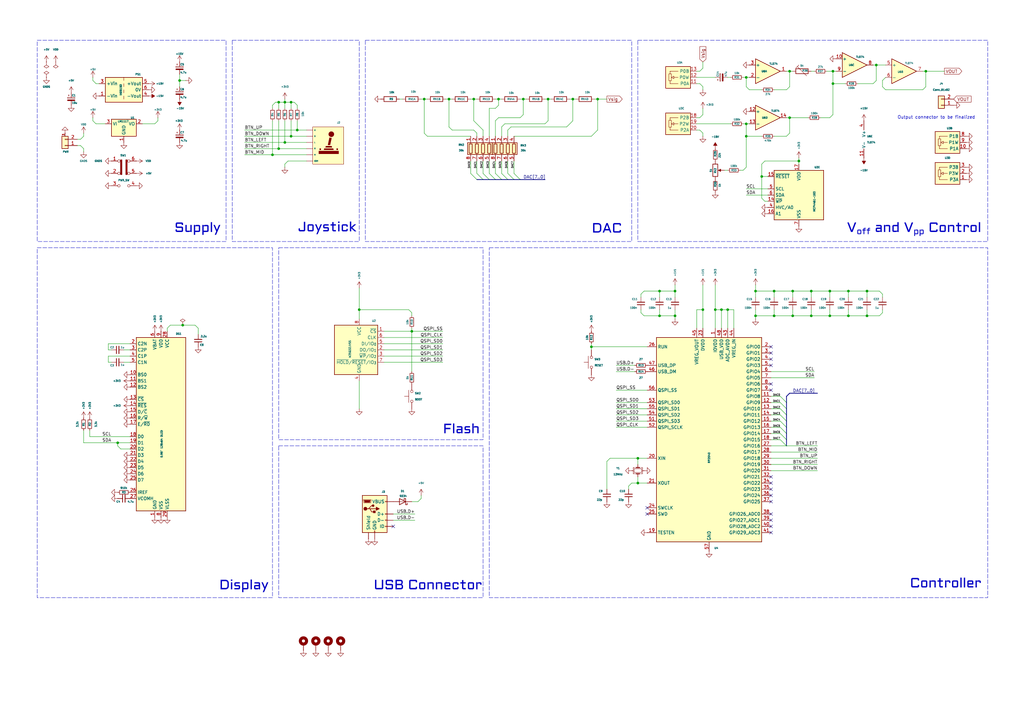
<source format=kicad_sch>
(kicad_sch (version 20250114) (generator "eeschema") (generator_version "9.0")
  (paper "A3")
  (title_block (title "Function Generator (HomeLAB)") (date "19 Oct 2025") (rev "0.1"))
  (lib_symbols
    (symbol "FuncGen-Symbols:+15V" (power) (pin_numbers (hide yes)) (pin_names (offset 0) (hide yes))
      (property "Value" "+15V" (at 0 3.556 0))
      (symbol "+15V_1_1"
        (pin power_in line (at 0 0 90) (length 0) (name "~") (number "1"))
      )
    )
    (symbol "FuncGen-Symbols:+1V1" (power) (pin_numbers (hide yes)) (pin_names (offset 0) (hide yes))
      (property "Value" "+1V1" (at 0 3.556 0))
      (symbol "+1V1_1_1"
        (pin power_in line (at 0 0 90) (length 0) (name "~") (number "1"))
      )
    )
    (symbol "FuncGen-Symbols:+3V3" (power) (pin_numbers (hide yes)) (pin_names (offset 0) (hide yes))
      (property "Value" "+3V3" (at 0 3.556 0))
      (symbol "+3V3_1_1"
        (pin power_in line (at 0 0 90) (length 0) (name "~") (number "1"))
      )
    )
    (symbol "FuncGen-Symbols:+5V" (power) (pin_numbers (hide yes)) (pin_names (offset 0) (hide yes))
      (property "Value" "+5V" (at 0 3.556 0))
      (symbol "+5V_1_1"
        (pin power_in line (at 0 0 90) (length 0) (name "~") (number "1"))
      )
    )
    (symbol "FuncGen-Symbols:-15V" (power) (pin_numbers (hide yes)) (pin_names (offset 0) (hide yes))
      (property "Value" "-15V" (at 0 3.556 0))
      (symbol "-15V_0_0"
        (pin power_in line (at 0 0 90) (length 0) (name "~") (number "1"))
      )
    )
    (symbol "FuncGen-Symbols:AMS1117-3.3"
      (property "Reference" "U" (at -3.81 3.175 0))
      (property "Value" "AMS1117-3.3" (at 0 3.175 0))
      (symbol "AMS1117-3.3_1_1"
        (pin power_in line (at -7.62 0 0) (length 2.54) (name "VI") (number "3"))
        (pin power_in line (at 0 -7.62 90) (length 2.54) (name "GND") (number "1"))
        (pin power_out line (at 7.62 0 180) (length 2.54) (name "VO") (number "2"))
      )
    )
    (symbol "FuncGen-Symbols:C_Polarized_Small" (pin_numbers (hide yes)) (pin_names (offset 0.254) (hide yes))
      (property "Reference" "C" (at 0.254 1.778 0))
      (property "Value" "C_Polarized_Small" (at 0.254 -2.032 0))
      (symbol "C_Polarized_Small_1_1"
        (pin passive line (at 0 2.54 270) (length 1.8542) (name "~") (number "1"))
        (pin passive line (at 0 -2.54 90) (length 1.8542) (name "~") (number "2"))
      )
    )
    (symbol "FuncGen-Symbols:C_Small" (pin_numbers (hide yes)) (pin_names (offset 0.254) (hide yes))
      (property "Reference" "C" (at 0.254 1.778 0))
      (property "Value" "C_Small" (at 0.254 -2.032 0))
      (symbol "C_Small_1_1"
        (pin passive line (at 0 2.54 270) (length 2.032) (name "~") (number "1"))
        (pin passive line (at 0 -2.54 90) (length 2.032) (name "~") (number "2"))
      )
    )
    (symbol "FuncGen-Symbols:Conn_01x02" (pin_names (offset 1.016) (hide yes))
      (property "Reference" "J" (at 0 2.54 0))
      (property "Value" "Conn_01x02" (at 0 -5.08 0))
      (symbol "Conn_01x02_1_1"
        (pin passive line (at -5.08 0 0) (length 3.81) (name "Pin_1") (number "1"))
        (pin passive line (at -5.08 -2.54 0) (length 3.81) (name "Pin_2") (number "2"))
      )
    )
    (symbol "FuncGen-Symbols:Conn_01x02_1" (pin_names (offset 1.016) (hide yes))
      (property "Reference" "J" (at 0 2.54 0))
      (property "Value" "Conn_01x02" (at 0 -5.08 0))
      (symbol "Conn_01x02_1_1_1"
        (pin passive line (at -5.08 0 0) (length 3.81) (name "Pin_1") (number "1"))
        (pin passive line (at -5.08 -2.54 0) (length 3.81) (name "Pin_2") (number "2"))
        (pin passive line (at 0 -5.08 90) (length 1.27) (name "3") (number "3"))
      )
    )
    (symbol "FuncGen-Symbols:Crystal_GND23_Small" (pin_numbers (hide yes)) (pin_names (offset 1.016) (hide yes))
      (property "Reference" "Y" (at 1.27 4.445 0))
      (property "Value" "Crystal_GND23_Small" (at 1.27 2.54 0))
      (symbol "Crystal_GND23_Small_1_1"
        (pin passive line (at -2.54 0 0) (length 1.27) (name "1") (number "1"))
        (pin passive line (at 0 2.54 270) (length 0.635) (name "2") (number "2"))
        (pin passive line (at 0 -2.54 90) (length 0.635) (name "4") (number "4"))
        (pin passive line (at 2.54 0 180) (length 1.27) (name "3") (number "3"))
      )
    )
    (symbol "FuncGen-Symbols:GND" (power) (pin_numbers (hide yes)) (pin_names (offset 0) (hide yes))
      (property "Value" "GND" (at 0 -3.81 0))
      (symbol "GND_1_1"
        (pin power_in line (at 0 0 270) (length 0) (name "~") (number "1"))
      )
    )
    (symbol "FuncGen-Symbols:GNDS" (power) (pin_numbers (hide yes)) (pin_names (offset 0) (hide yes))
      (property "Value" "GNDS" (at 0 -3.81 0))
      (symbol "GNDS_1_1"
        (pin power_in line (at 0 0 270) (length 0) (name "~") (number "1"))
      )
    )
    (symbol "FuncGen-Symbols:IA0515D"
      (property "Reference" "PS" (at -7.62 6.35 0))
      (property "Value" "IA0515D" (at 1.27 6.35 0))
      (symbol "IA0515D_0_0"
        (pin power_in line (at -10.16 2.54 0) (length 2.54) (name "+Vin") (number "3"))
        (pin power_in line (at -10.16 -2.54 0) (length 2.54) (name "-Vin") (number "1"))
        (pin power_out line (at 10.16 2.54 180) (length 2.54) (name "+Vout") (number "5"))
        (pin power_out line (at 10.16 0 180) (length 2.54) (name "0V") (number "6"))
        (pin power_out line (at 10.16 -2.54 180) (length 2.54) (name "-Vout") (number "4"))
      )
      (symbol "IA0515D_1_1"
        (pin no_connect line (at 0 -5.08 90) (length 2.54) (hide yes) (name "NC") (number "2"))
      )
    )
    (symbol "FuncGen-Symbols:MCP4461-ST"
      (property "Reference" "U" (at -8.89 11.43 0))
      (property "Value" "MCP4461-xxxx-ST" (at 10.16 -11.43 0))
      (symbol "MCP4461-ST_1_1"
        (pin passive line (at -7.62 2.54 0) (length 2.54) (name "P0B") (number "13"))
        (pin passive line (at -7.62 0 0) (length 2.54) (name "P0W") (number "12"))
        (pin passive line (at -7.62 -2.54 0) (length 2.54) (name "P0A") (number "11"))
      )
      (symbol "MCP4461-ST_2_1"
        (pin passive line (at -7.62 2.54 0) (length 2.54) (name "P1B") (number "8"))
        (pin passive line (at -7.62 0 0) (length 2.54) (name "P1W") (number "9"))
        (pin passive line (at -7.62 -2.54 0) (length 2.54) (name "P1A") (number "10"))
      )
      (symbol "MCP4461-ST_3_1"
        (pin passive line (at -7.62 2.54 0) (length 2.54) (name "P2B") (number "18"))
        (pin passive line (at -7.62 0 0) (length 2.54) (name "P2W") (number "19"))
        (pin passive line (at -7.62 -2.54 0) (length 2.54) (name "P2A") (number "20"))
      )
      (symbol "MCP4461-ST_4_1"
        (pin passive line (at -7.62 2.54 0) (length 2.54) (name "P3B") (number "3"))
        (pin passive line (at -7.62 0 0) (length 2.54) (name "P3W") (number "2"))
        (pin passive line (at -7.62 -2.54 0) (length 2.54) (name "P3A") (number "1"))
      )
      (symbol "MCP4461-ST_5_1"
        (pin input line (at -12.7 7.62 0) (length 2.54) (name "~{RESET}") (number "15"))
        (pin input line (at -12.7 2.54 0) (length 2.54) (name "SCL") (number "5"))
        (pin bidirectional line (at -12.7 0 0) (length 2.54) (name "SDA") (number "6"))
        (pin input line (at -12.7 -2.54 0) (length 2.54) (name "~{WP}") (number "14"))
        (pin input line (at -12.7 -5.08 0) (length 2.54) (name "HVC/A0") (number "4"))
        (pin input line (at -12.7 -7.62 0) (length 2.54) (name "A1") (number "16"))
        (pin power_in line (at 0 12.7 270) (length 2.54) (name "VDD") (number "17"))
        (pin power_in line (at 0 -12.7 90) (length 2.54) (name "VSS") (number "7"))
      )
    )
    (symbol "FuncGen-Symbols:MCP4461-ST_1"
      (property "Reference" "U" (at -8.89 11.43 0))
      (property "Value" "MCP4461-xxxx-ST" (at 10.16 -11.43 0))
      (symbol "MCP4461-ST_1_1_1"
        (pin passive line (at -7.62 2.54 0) (length 2.54) (name "P0B") (number "13"))
        (pin passive line (at -7.62 0 0) (length 2.54) (name "P0W") (number "12"))
        (pin passive line (at -7.62 -2.54 0) (length 2.54) (name "P0A") (number "11"))
      )
      (symbol "MCP4461-ST_1_2_1"
        (pin passive line (at -7.62 2.54 0) (length 2.54) (name "P1B") (number "8"))
        (pin passive line (at -7.62 0 0) (length 2.54) (name "P1W") (number "9"))
        (pin passive line (at -7.62 -2.54 0) (length 2.54) (name "P1A") (number "10"))
      )
      (symbol "MCP4461-ST_1_3_1"
        (pin passive line (at -7.62 2.54 0) (length 2.54) (name "P2B") (number "18"))
        (pin passive line (at -7.62 0 0) (length 2.54) (name "P2W") (number "19"))
        (pin passive line (at -7.62 -2.54 0) (length 2.54) (name "P2A") (number "20"))
      )
      (symbol "MCP4461-ST_1_4_1"
        (pin passive line (at -7.62 2.54 0) (length 2.54) (name "P3B") (number "3"))
        (pin passive line (at -7.62 0 0) (length 2.54) (name "P3W") (number "2"))
        (pin passive line (at -7.62 -2.54 0) (length 2.54) (name "P3A") (number "1"))
      )
      (symbol "MCP4461-ST_1_5_1"
        (pin input line (at -12.7 7.62 0) (length 2.54) (name "~{RESET}") (number "15"))
        (pin input line (at -12.7 2.54 0) (length 2.54) (name "SCL") (number "5"))
        (pin bidirectional line (at -12.7 0 0) (length 2.54) (name "SDA") (number "6"))
        (pin input line (at -12.7 -2.54 0) (length 2.54) (name "~{WP}") (number "14"))
        (pin input line (at -12.7 -5.08 0) (length 2.54) (name "HVC/A0") (number "4"))
        (pin input line (at -12.7 -7.62 0) (length 2.54) (name "A1") (number "16"))
        (pin power_in line (at 0 12.7 270) (length 2.54) (name "VDD") (number "17"))
        (pin power_in line (at 0 -12.7 90) (length 2.54) (name "VSS") (number "7"))
      )
    )
    (symbol "FuncGen-Symbols:MountingHole_Pad" (pin_numbers (hide yes)) (pin_names (offset 1.016) (hide yes)) (in_bom no)
      (property "Reference" "H" (at 0 6.35 0))
      (property "Value" "MountingHole_Pad" (at 0 4.445 0))
      (symbol "MountingHole_Pad_1_1"
        (pin input line (at 0 -2.54 90) (length 2.54) (name "1") (number "1"))
      )
    )
    (symbol "FuncGen-Symbols:OLED-128O064D"
      (property "Reference" "DS1" (at 6.096 37.084 0))
      (property "Value" "0.96\" 128x64 OLED" (at 0.254 -13.716 90))
      (symbol "OLED-128O064D_1_1"
        (pin passive line (at -12.7 33.02 0) (length 2.54) (name "C2N") (number "2"))
        (pin passive line (at -12.7 30.48 0) (length 2.54) (name "C2P") (number "3"))
        (pin passive line (at -12.7 27.94 0) (length 2.54) (name "C1P") (number "4"))
        (pin passive line (at -12.7 25.4 0) (length 2.54) (name "C1N") (number "5"))
        (pin input line (at -12.7 20.32 0) (length 2.54) (name "BS0") (number "10"))
        (pin input line (at -12.7 17.78 0) (length 2.54) (name "BS1") (number "11"))
        (pin input line (at -12.7 15.24 0) (length 2.54) (name "BS2") (number "12"))
        (pin input line (at -12.7 10.16 0) (length 2.54) (name "~{CS}") (number "13"))
        (pin input line (at -12.7 7.62 0) (length 2.54) (name "~{RES}") (number "14"))
        (pin input line (at -12.7 5.08 0) (length 2.54) (name "D/~{C}") (number "15"))
        (pin input line (at -12.7 2.54 0) (length 2.54) (name "R/~{W}") (number "16"))
        (pin input line (at -12.7 0 0) (length 2.54) (name "E/~{RD}") (number "17"))
        (pin bidirectional line (at -12.7 -5.08 0) (length 2.54) (name "D0") (number "18"))
        (pin passive line (at -12.7 -7.62 0) (length 2.54) (name "D1") (number "19"))
        (pin passive line (at -12.7 -10.16 0) (length 2.54) (name "D2") (number "20"))
        (pin passive line (at -12.7 -12.7 0) (length 2.54) (name "D3") (number "21"))
        (pin passive line (at -12.7 -15.24 0) (length 2.54) (name "D4") (number "22"))
        (pin passive line (at -12.7 -17.78 0) (length 2.54) (name "D5") (number "23"))
        (pin passive line (at -12.7 -20.32 0) (length 2.54) (name "D6") (number "24"))
        (pin passive line (at -12.7 -22.86 0) (length 2.54) (name "D7") (number "25"))
        (pin passive line (at -12.7 -27.94 0) (length 2.54) (name "IREF") (number "26"))
        (pin passive line (at -12.7 -30.48 0) (length 2.54) (name "VCOMH") (number "27"))
        (pin power_in line (at -2.54 38.1 270) (length 2.54) (name "VBAT") (number "6"))
        (pin power_in line (at -2.54 -38.1 90) (length 2.54) (name "GND") (number "1"))
        (pin passive line (at -2.54 -38.1 90) (length 2.54) (hide yes) (name "GND") (number "30"))
        (pin power_in line (at 0 38.1 270) (length 2.54) (name "VDD") (number "9"))
        (pin power_in line (at 0 -38.1 90) (length 2.54) (name "VSS") (number "8"))
        (pin power_in line (at 2.54 38.1 270) (length 2.54) (name "VCC") (number "28"))
        (pin power_in line (at 2.54 -38.1 90) (length 2.54) (name "VLSS") (number "29"))
        (pin no_connect line (at 10.16 0 180) (length 2.54) (hide yes) (name "NC") (number "7"))
      )
    )
    (symbol "FuncGen-Symbols:PWR_FLAG" (power) (pin_numbers (hide yes)) (pin_names (offset 0) (hide yes))
      (property "Value" "PWR_FLAG" (at 0 3.81 0))
      (symbol "PWR_FLAG_0_0"
        (pin power_out line (at 0 0 90) (length 0) (name "~") (number "1"))
      )
    )
    (symbol "FuncGen-Symbols:R" (pin_numbers (hide yes)) (pin_names (offset 0))
      (property "Reference" "R" (at 2.032 0 90))
      (property "Value" "R" (at 0 0 90))
      (symbol "R_1_1"
        (pin passive line (at 0 3.81 270) (length 1.27) (name "~") (number "1"))
        (pin passive line (at 0 -3.81 90) (length 1.27) (name "~") (number "2"))
      )
    )
    (symbol "FuncGen-Symbols:RP2040"
      (property "Reference" "U" (at 17.78 45.72 0))
      (property "Value" "RP2040" (at 17.78 43.18 0))
      (symbol "RP2040_1_1"
        (pin input line (at -25.4 38.1 0) (length 3.81) (name "RUN") (number "26"))
        (pin bidirectional line (at -25.4 30.48 0) (length 3.81) (name "USB_DP") (number "47"))
        (pin bidirectional line (at -25.4 27.94 0) (length 3.81) (name "USB_DM") (number "46"))
        (pin bidirectional line (at -25.4 20.32 0) (length 3.81) (name "QSPI_SS") (number "56"))
        (pin bidirectional line (at -25.4 15.24 0) (length 3.81) (name "QSPI_SD0") (number "53"))
        (pin bidirectional line (at -25.4 12.7 0) (length 3.81) (name "QSPI_SD1") (number "55"))
        (pin bidirectional line (at -25.4 10.16 0) (length 3.81) (name "QSPI_SD2") (number "54"))
        (pin bidirectional line (at -25.4 7.62 0) (length 3.81) (name "QSPI_SD3") (number "51"))
        (pin output line (at -25.4 5.08 0) (length 3.81) (name "QSPI_SCLK") (number "52"))
        (pin input line (at -25.4 -7.62 0) (length 3.81) (name "XIN") (number "20"))
        (pin passive line (at -25.4 -17.78 0) (length 3.81) (name "XOUT") (number "21"))
        (pin input line (at -25.4 -27.94 0) (length 3.81) (name "SWCLK") (number "24"))
        (pin bidirectional line (at -25.4 -30.48 0) (length 3.81) (name "SWD") (number "25"))
        (pin input line (at -25.4 -38.1 0) (length 3.81) (name "TESTEN") (number "19"))
        (pin power_out line (at -5.08 45.72 270) (length 3.81) (name "VREG_VOUT") (number "45"))
        (pin power_in line (at -2.54 45.72 270) (length 3.81) (name "DVDD") (number "23"))
        (pin passive line (at -2.54 45.72 270) (length 3.81) (hide yes) (name "DVDD") (number "50"))
        (pin power_in line (at 0 -45.72 90) (length 3.81) (name "GND") (number "57"))
        (pin power_in line (at 2.54 45.72 270) (length 3.81) (name "IOVDD") (number "1"))
        (pin passive line (at 2.54 45.72 270) (length 3.81) (hide yes) (name "IOVDD") (number "10"))
        (pin passive line (at 2.54 45.72 270) (length 3.81) (hide yes) (name "IOVDD") (number "22"))
        (pin passive line (at 2.54 45.72 270) (length 3.81) (hide yes) (name "IOVDD") (number "33"))
        (pin passive line (at 2.54 45.72 270) (length 3.81) (hide yes) (name "IOVDD") (number "42"))
        (pin passive line (at 2.54 45.72 270) (length 3.81) (hide yes) (name "IOVDD") (number "49"))
        (pin power_in line (at 5.08 45.72 270) (length 3.81) (name "USB_VDD") (number "48"))
        (pin power_in line (at 7.62 45.72 270) (length 3.81) (name "ADC_AVDD") (number "43"))
        (pin power_in line (at 10.16 45.72 270) (length 3.81) (name "VREG_IN") (number "44"))
        (pin bidirectional line (at 25.4 38.1 180) (length 3.81) (name "GPIO0") (number "2"))
        (pin bidirectional line (at 25.4 35.56 180) (length 3.81) (name "GPIO1") (number "3"))
        (pin bidirectional line (at 25.4 33.02 180) (length 3.81) (name "GPIO2") (number "4"))
        (pin bidirectional line (at 25.4 30.48 180) (length 3.81) (name "GPIO3") (number "5"))
        (pin bidirectional line (at 25.4 27.94 180) (length 3.81) (name "GPIO4") (number "6"))
        (pin bidirectional line (at 25.4 25.4 180) (length 3.81) (name "GPIO5") (number "7"))
        (pin bidirectional line (at 25.4 22.86 180) (length 3.81) (name "GPIO6") (number "8"))
        (pin bidirectional line (at 25.4 20.32 180) (length 3.81) (name "GPIO7") (number "9"))
        (pin bidirectional line (at 25.4 17.78 180) (length 3.81) (name "GPIO8") (number "11"))
        (pin bidirectional line (at 25.4 15.24 180) (length 3.81) (name "GPIO9") (number "12"))
        (pin bidirectional line (at 25.4 12.7 180) (length 3.81) (name "GPIO10") (number "13"))
        (pin bidirectional line (at 25.4 10.16 180) (length 3.81) (name "GPIO11") (number "14"))
        (pin bidirectional line (at 25.4 7.62 180) (length 3.81) (name "GPIO12") (number "15"))
        (pin bidirectional line (at 25.4 5.08 180) (length 3.81) (name "GPIO13") (number "16"))
        (pin bidirectional line (at 25.4 2.54 180) (length 3.81) (name "GPIO14") (number "17"))
        (pin bidirectional line (at 25.4 0 180) (length 3.81) (name "GPIO15") (number "18"))
        (pin bidirectional line (at 25.4 -2.54 180) (length 3.81) (name "GPIO16") (number "27"))
        (pin bidirectional line (at 25.4 -5.08 180) (length 3.81) (name "GPIO17") (number "28"))
        (pin bidirectional line (at 25.4 -7.62 180) (length 3.81) (name "GPIO18") (number "29"))
        (pin bidirectional line (at 25.4 -10.16 180) (length 3.81) (name "GPIO19") (number "30"))
        (pin bidirectional line (at 25.4 -12.7 180) (length 3.81) (name "GPIO20") (number "31"))
        (pin bidirectional line (at 25.4 -15.24 180) (length 3.81) (name "GPIO21") (number "32"))
        (pin bidirectional line (at 25.4 -17.78 180) (length 3.81) (name "GPIO22") (number "34"))
        (pin bidirectional line (at 25.4 -20.32 180) (length 3.81) (name "GPIO23") (number "35"))
        (pin bidirectional line (at 25.4 -22.86 180) (length 3.81) (name "GPIO24") (number "36"))
        (pin bidirectional line (at 25.4 -25.4 180) (length 3.81) (name "GPIO25") (number "37"))
        (pin bidirectional line (at 25.4 -30.48 180) (length 3.81) (name "GPIO26_ADC0") (number "38"))
        (pin bidirectional line (at 25.4 -33.02 180) (length 3.81) (name "GPIO27_ADC1") (number "39"))
        (pin bidirectional line (at 25.4 -35.56 180) (length 3.81) (name "GPIO28_ADC2") (number "40"))
        (pin bidirectional line (at 25.4 -38.1 180) (length 3.81) (name "GPIO29_ADC3") (number "41"))
      )
    )
    (symbol "FuncGen-Symbols:R_Pack04" (pin_names (offset 0) (hide yes))
      (property "Reference" "RN" (at -7.62 0 90))
      (property "Value" "R_Pack04" (at 5.08 0 90))
      (symbol "R_Pack04_1_1"
        (pin passive line (at -5.08 5.08 270) (length 2.54) (name "R1.2") (number "8"))
        (pin passive line (at -5.08 -5.08 90) (length 2.54) (name "R1.1") (number "1"))
        (pin passive line (at -2.54 5.08 270) (length 2.54) (name "R2.2") (number "7"))
        (pin passive line (at -2.54 -5.08 90) (length 2.54) (name "R2.1") (number "2"))
        (pin passive line (at 0 5.08 270) (length 2.54) (name "R3.2") (number "6"))
        (pin passive line (at 0 -5.08 90) (length 2.54) (name "R3.1") (number "3"))
        (pin passive line (at 2.54 5.08 270) (length 2.54) (name "R4.2") (number "5"))
        (pin passive line (at 2.54 -5.08 90) (length 2.54) (name "R4.1") (number "4"))
      )
    )
    (symbol "FuncGen-Symbols:R_Pack04_Split" (pin_numbers (hide yes)) (pin_names (offset 0) (hide yes))
      (property "Reference" "RN" (at 2.032 0 90))
      (property "Value" "R_Pack04_Split" (at 0 0 90))
      (symbol "R_Pack04_Split_1_1"
        (pin passive line (at 0 3.81 270) (length 1.27) (name "R1.2") (number "8"))
        (pin passive line (at 0 -3.81 90) (length 1.27) (name "R1.1") (number "1"))
      )
      (symbol "R_Pack04_Split_2_1"
        (pin passive line (at 0 3.81 270) (length 1.27) (name "R2.2") (number "7"))
        (pin passive line (at 0 -3.81 90) (length 1.27) (name "R2.1") (number "2"))
      )
      (symbol "R_Pack04_Split_3_1"
        (pin passive line (at 0 3.81 270) (length 1.27) (name "R3.2") (number "6"))
        (pin passive line (at 0 -3.81 90) (length 1.27) (name "R3.1") (number "3"))
      )
      (symbol "R_Pack04_Split_4_1"
        (pin passive line (at 0 3.81 270) (length 1.27) (name "R4.2") (number "5"))
        (pin passive line (at 0 -3.81 90) (length 1.27) (name "R4.1") (number "4"))
      )
    )
    (symbol "FuncGen-Symbols:R_Pack04_Split_1" (pin_numbers (hide yes)) (pin_names (offset 0) (hide yes))
      (property "Reference" "RN" (at 2.032 0 90))
      (property "Value" "R_Pack04_Split" (at 0 0 90))
      (symbol "R_Pack04_Split_1_1_1"
        (pin passive line (at 0 3.81 270) (length 1.27) (name "R1.2") (number "8"))
        (pin passive line (at 0 -3.81 90) (length 1.27) (name "R1.1") (number "1"))
      )
      (symbol "R_Pack04_Split_1_2_1"
        (pin passive line (at 0 3.81 270) (length 1.27) (name "R2.2") (number "7"))
        (pin passive line (at 0 -3.81 90) (length 1.27) (name "R2.1") (number "2"))
      )
      (symbol "R_Pack04_Split_1_3_1"
        (pin passive line (at 0 3.81 270) (length 1.27) (name "R3.2") (number "6"))
        (pin passive line (at 0 -3.81 90) (length 1.27) (name "R3.1") (number "3"))
      )
      (symbol "R_Pack04_Split_1_4_1"
        (pin passive line (at 0 3.81 270) (length 1.27) (name "R4.2") (number "5"))
        (pin passive line (at 0 -3.81 90) (length 1.27) (name "R4.1") (number "4"))
      )
    )
    (symbol "FuncGen-Symbols:R_Pack04_Split_2" (pin_numbers (hide yes)) (pin_names (offset 0) (hide yes))
      (property "Reference" "RN" (at 2.032 0 90))
      (property "Value" "R_Pack04_Split" (at 0 0 90))
      (symbol "R_Pack04_Split_2_1_1"
        (pin passive line (at 0 3.81 270) (length 1.27) (name "R1.2") (number "8"))
        (pin passive line (at 0 -3.81 90) (length 1.27) (name "R1.1") (number "1"))
      )
      (symbol "R_Pack04_Split_2_2_1"
        (pin passive line (at 0 3.81 270) (length 1.27) (name "R2.2") (number "7"))
        (pin passive line (at 0 -3.81 90) (length 1.27) (name "R2.1") (number "2"))
      )
      (symbol "R_Pack04_Split_2_3_1"
        (pin passive line (at 0 3.81 270) (length 1.27) (name "R3.2") (number "6"))
        (pin passive line (at 0 -3.81 90) (length 1.27) (name "R3.1") (number "3"))
      )
      (symbol "R_Pack04_Split_2_4_1"
        (pin passive line (at 0 3.81 270) (length 1.27) (name "R4.2") (number "5"))
        (pin passive line (at 0 -3.81 90) (length 1.27) (name "R4.1") (number "4"))
      )
    )
    (symbol "FuncGen-Symbols:R_Pack04_Split_3" (pin_numbers (hide yes)) (pin_names (offset 0) (hide yes))
      (property "Reference" "RN" (at 2.032 0 90))
      (property "Value" "R_Pack04_Split" (at 0 0 90))
      (symbol "R_Pack04_Split_3_1_1"
        (pin passive line (at 0 3.81 270) (length 1.27) (name "R1.2") (number "8"))
        (pin passive line (at 0 -3.81 90) (length 1.27) (name "R1.1") (number "1"))
      )
      (symbol "R_Pack04_Split_3_2_1"
        (pin passive line (at 0 3.81 270) (length 1.27) (name "R2.2") (number "7"))
        (pin passive line (at 0 -3.81 90) (length 1.27) (name "R2.1") (number "2"))
      )
      (symbol "R_Pack04_Split_3_3_1"
        (pin passive line (at 0 3.81 270) (length 1.27) (name "R3.2") (number "6"))
        (pin passive line (at 0 -3.81 90) (length 1.27) (name "R3.1") (number "3"))
      )
      (symbol "R_Pack04_Split_3_4_1"
        (pin passive line (at 0 3.81 270) (length 1.27) (name "R4.2") (number "5"))
        (pin passive line (at 0 -3.81 90) (length 1.27) (name "R4.1") (number "4"))
      )
    )
    (symbol "FuncGen-Symbols:R_Pack04_Split_4" (pin_numbers (hide yes)) (pin_names (offset 0) (hide yes))
      (property "Reference" "RN" (at 2.032 0 90))
      (property "Value" "R_Pack04_Split" (at 0 0 90))
      (symbol "R_Pack04_Split_4_1_1"
        (pin passive line (at 0 3.81 270) (length 1.27) (name "R1.2") (number "8"))
        (pin passive line (at 0 -3.81 90) (length 1.27) (name "R1.1") (number "1"))
      )
      (symbol "R_Pack04_Split_4_2_1"
        (pin passive line (at 0 3.81 270) (length 1.27) (name "R2.2") (number "7"))
        (pin passive line (at 0 -3.81 90) (length 1.27) (name "R2.1") (number "2"))
      )
      (symbol "R_Pack04_Split_4_3_1"
        (pin passive line (at 0 3.81 270) (length 1.27) (name "R3.2") (number "6"))
        (pin passive line (at 0 -3.81 90) (length 1.27) (name "R3.1") (number "3"))
      )
      (symbol "R_Pack04_Split_4_4_1"
        (pin passive line (at 0 3.81 270) (length 1.27) (name "R4.2") (number "5"))
        (pin passive line (at 0 -3.81 90) (length 1.27) (name "R4.1") (number "4"))
      )
    )
    (symbol "FuncGen-Symbols:R_Pack04_Split_5" (pin_numbers (hide yes)) (pin_names (offset 0) (hide yes))
      (property "Reference" "RN" (at 2.032 0 90))
      (property "Value" "R_Pack04_Split" (at 0 0 90))
      (symbol "R_Pack04_Split_5_1_1"
        (pin passive line (at 0 3.81 270) (length 1.27) (name "R1.2") (number "8"))
        (pin passive line (at 0 -3.81 90) (length 1.27) (name "R1.1") (number "1"))
      )
      (symbol "R_Pack04_Split_5_2_1"
        (pin passive line (at 0 3.81 270) (length 1.27) (name "R2.2") (number "7"))
        (pin passive line (at 0 -3.81 90) (length 1.27) (name "R2.1") (number "2"))
      )
      (symbol "R_Pack04_Split_5_3_1"
        (pin passive line (at 0 3.81 270) (length 1.27) (name "R3.2") (number "6"))
        (pin passive line (at 0 -3.81 90) (length 1.27) (name "R3.1") (number "3"))
      )
      (symbol "R_Pack04_Split_5_4_1"
        (pin passive line (at 0 3.81 270) (length 1.27) (name "R4.2") (number "5"))
        (pin passive line (at 0 -3.81 90) (length 1.27) (name "R4.1") (number "4"))
      )
    )
    (symbol "FuncGen-Symbols:R_Pack04_Split_6" (pin_numbers (hide yes)) (pin_names (offset 0) (hide yes))
      (property "Reference" "RN" (at 2.032 0 90))
      (property "Value" "R_Pack04_Split" (at 0 0 90))
      (symbol "R_Pack04_Split_6_1_1"
        (pin passive line (at 0 3.81 270) (length 1.27) (name "R1.2") (number "8"))
        (pin passive line (at 0 -3.81 90) (length 1.27) (name "R1.1") (number "1"))
      )
      (symbol "R_Pack04_Split_6_2_1"
        (pin passive line (at 0 3.81 270) (length 1.27) (name "R2.2") (number "7"))
        (pin passive line (at 0 -3.81 90) (length 1.27) (name "R2.1") (number "2"))
      )
      (symbol "R_Pack04_Split_6_3_1"
        (pin passive line (at 0 3.81 270) (length 1.27) (name "R3.2") (number "6"))
        (pin passive line (at 0 -3.81 90) (length 1.27) (name "R3.1") (number "3"))
      )
      (symbol "R_Pack04_Split_6_4_1"
        (pin passive line (at 0 3.81 270) (length 1.27) (name "R4.2") (number "5"))
        (pin passive line (at 0 -3.81 90) (length 1.27) (name "R4.1") (number "4"))
      )
    )
    (symbol "FuncGen-Symbols:R_Pack04_Split_7" (pin_numbers (hide yes)) (pin_names (offset 0) (hide yes))
      (property "Reference" "RN" (at 2.032 0 90))
      (property "Value" "R_Pack04_Split" (at 0 0 90))
      (symbol "R_Pack04_Split_7_1_1"
        (pin passive line (at 0 3.81 270) (length 1.27) (name "R1.2") (number "8"))
        (pin passive line (at 0 -3.81 90) (length 1.27) (name "R1.1") (number "1"))
      )
      (symbol "R_Pack04_Split_7_2_1"
        (pin passive line (at 0 3.81 270) (length 1.27) (name "R2.2") (number "7"))
        (pin passive line (at 0 -3.81 90) (length 1.27) (name "R2.1") (number "2"))
      )
      (symbol "R_Pack04_Split_7_3_1"
        (pin passive line (at 0 3.81 270) (length 1.27) (name "R3.2") (number "6"))
        (pin passive line (at 0 -3.81 90) (length 1.27) (name "R3.1") (number "3"))
      )
      (symbol "R_Pack04_Split_7_4_1"
        (pin passive line (at 0 3.81 270) (length 1.27) (name "R4.2") (number "5"))
        (pin passive line (at 0 -3.81 90) (length 1.27) (name "R4.1") (number "4"))
      )
    )
    (symbol "FuncGen-Symbols:R_Potentiometer" (pin_numbers (hide yes)) (pin_names (offset 1.016) (hide yes))
      (property "Reference" "RV" (at -4.445 0 90))
      (property "Value" "R_Potentiometer" (at -2.54 0 90))
      (symbol "R_Potentiometer_1_1"
        (pin passive line (at 0 3.81 270) (length 1.27) (name "1") (number "1"))
        (pin passive line (at 0 -3.81 90) (length 1.27) (name "3") (number "3"))
        (pin passive line (at 3.81 0 180) (length 1.27) (name "2") (number "2"))
      )
    )
    (symbol "FuncGen-Symbols:R_Small" (pin_numbers (hide yes)) (pin_names (offset 0.254) (hide yes))
      (property "Reference" "R" (at 0 0 90))
      (property "Value" "R_Small" (at 1.778 0 90))
      (symbol "R_Small_1_1"
        (pin passive line (at 0 2.54 270) (length 0.762) (name "~") (number "1"))
        (pin passive line (at 0 -2.54 90) (length 0.762) (name "~") (number "2"))
      )
    )
    (symbol "FuncGen-Symbols:R_Trim" (pin_numbers (hide yes)) (pin_names (offset 0))
      (property "Reference" "R" (at 2.54 -2.54 90))
      (property "Value" "R_Trim" (at -2.54 -0.635 90))
      (symbol "R_Trim_1_1"
        (pin passive line (at 0 3.81 270) (length 1.27) (name "~") (number "1"))
        (pin passive line (at 0 -3.81 90) (length 1.27) (name "~") (number "2"))
        (pin passive line (at 0 -3.81 90) (length 1.27) (name "~") (number "3"))
      )
    )
    (symbol "FuncGen-Symbols:SS34" (pin_numbers (hide yes)) (pin_names (offset 1.016) (hide yes))
      (property "Reference" "D" (at 0 2.54 0))
      (property "Value" "SS34" (at 0 -2.54 0))
      (symbol "SS34_1_1"
        (pin passive line (at -3.81 0 0) (length 2.54) (name "K") (number "1"))
        (pin passive line (at 3.81 0 180) (length 2.54) (name "A") (number "2"))
      )
    )
    (symbol "FuncGen-Symbols:SW_Push" (pin_numbers (hide yes)) (pin_names (offset 1.016) (hide yes))
      (property "Reference" "SW" (at 1.27 2.54 0))
      (property "Value" "SW_Push" (at 0 -1.524 0))
      (symbol "SW_Push_0_1"
        (pin passive line (at -5.08 0 0) (length 2.54) (name "1") (number "1"))
        (pin passive line (at 5.08 0 180) (length 2.54) (name "2") (number "2"))
      )
    )
    (symbol "FuncGen-Symbols:SW_Slide_DPDT" (pin_names (offset 0) (hide yes))
      (property "Reference" "SW" (at 0 6.858 0))
      (property "Value" "SW_Slide_DPDT" (at 0 -8.128 0))
      (symbol "SW_Slide_DPDT_1_1"
        (pin passive line (at -5.08 5.08 0) (length 2.54) (name "A") (number "1"))
        (pin passive line (at -5.08 0 0) (length 2.54) (name "B") (number "2"))
        (pin passive line (at -5.08 -5.08 0) (length 2.54) (name "C") (number "3"))
        (pin passive line (at 5.08 5.08 180) (length 2.54) (name "C") (number "6"))
        (pin passive line (at 5.08 0 180) (length 2.54) (name "B") (number "5"))
        (pin passive line (at 5.08 -5.08 180) (length 2.54) (name "A") (number "4"))
      )
    )
    (symbol "FuncGen-Symbols:TL074" (pin_names (offset 0.127))
      (property "Reference" "U" (at 0 5.08 0))
      (property "Value" "TL074" (at 0 -5.08 0))
      (symbol "TL074_1_1"
        (pin input line (at -7.62 2.54 0) (length 2.54) (name "+") (number "3"))
        (pin input line (at -7.62 -2.54 0) (length 2.54) (name "-") (number "2"))
        (pin output line (at 7.62 0 180) (length 2.54) (name "~") (number "1"))
      )
      (symbol "TL074_2_1"
        (pin input line (at -7.62 2.54 0) (length 2.54) (name "+") (number "5"))
        (pin input line (at -7.62 -2.54 0) (length 2.54) (name "-") (number "6"))
        (pin output line (at 7.62 0 180) (length 2.54) (name "~") (number "7"))
      )
      (symbol "TL074_3_1"
        (pin input line (at -7.62 2.54 0) (length 2.54) (name "+") (number "10"))
        (pin input line (at -7.62 -2.54 0) (length 2.54) (name "-") (number "9"))
        (pin output line (at 7.62 0 180) (length 2.54) (name "~") (number "8"))
      )
      (symbol "TL074_4_1"
        (pin input line (at -7.62 2.54 0) (length 2.54) (name "+") (number "12"))
        (pin input line (at -7.62 -2.54 0) (length 2.54) (name "-") (number "13"))
        (pin output line (at 7.62 0 180) (length 2.54) (name "~") (number "14"))
      )
      (symbol "TL074_5_1"
        (pin power_in line (at -2.54 7.62 270) (length 3.81) (name "V+") (number "4"))
        (pin power_in line (at -2.54 -7.62 90) (length 3.81) (name "V-") (number "11"))
      )
    )
    (symbol "FuncGen-Symbols:USB_B_Micro" (pin_numbers (hide yes)) (pin_names (offset 1.016))
      (property "Reference" "J3" (at 3.556 9.144 0))
      (symbol "USB_B_Micro_1_1"
        (pin passive line (at -2.54 -10.16 90) (length 2.54) (name "Shield") (number "6"))
        (pin passive line (at 0 -10.16 90) (length 2.54) (name "GND") (number "5"))
        (pin power_out line (at 7.62 5.08 180) (length 2.54) (name "VBUS") (number "1"))
        (pin bidirectional line (at 7.62 0 180) (length 2.54) (name "D+") (number "3"))
        (pin bidirectional line (at 7.62 -2.54 180) (length 2.54) (name "D-") (number "2"))
        (pin passive line (at 7.62 -5.08 180) (length 2.54) (name "ID") (number "4"))
      )
    )
    (symbol "FuncGen-Symbols:VDD" (power) (pin_numbers (hide yes)) (pin_names (offset 0) (hide yes))
      (property "Value" "VDD" (at 0 3.556 0))
      (symbol "VDD_1_1"
        (pin power_in line (at 0 0 90) (length 0) (name "~") (number "1"))
      )
    )
    (symbol "FuncGen-Symbols:W25Q32JVSS"
      (property "Reference" "U" (at -6.35 11.43 0))
      (property "Value" "W25Q32JVSS" (at 7.62 11.43 0))
      (symbol "W25Q32JVSS_1_1"
        (pin input line (at -10.16 7.62 0) (length 2.54) (name "~{CS}") (number "1"))
        (pin input line (at -10.16 5.08 0) (length 2.54) (name "CLK") (number "6"))
        (pin bidirectional line (at -10.16 2.54 0) (length 2.54) (name "DI/IO_{0}") (number "5"))
        (pin bidirectional line (at -10.16 0 0) (length 2.54) (name "DO/IO_{1}") (number "2"))
        (pin bidirectional line (at -10.16 -2.54 0) (length 2.54) (name "~{WP}/IO_{2}") (number "3"))
        (pin bidirectional line (at -10.16 -5.08 0) (length 2.54) (name "~{HOLD}/~{RESET}/IO_{3}") (number "7"))
        (pin power_in line (at 0 12.7 270) (length 2.54) (name "VCC") (number "8"))
        (pin power_in line (at 0 -12.7 90) (length 2.54) (name "GND") (number "4"))
      )
    )
    (symbol "FuncGen-Symbols:joystick-sleek" (pin_numbers (hide yes))
      (property "Reference" "J" (at 3.81 8.89 0))
      (symbol "joystick-sleek_1_1"
        (pin input line (at -8.89 6.35 0) (length 2.54) (name "U") (number "U"))
        (pin input line (at -8.89 3.81 0) (length 2.54) (name "D") (number "D"))
        (pin input line (at -8.89 1.27 0) (length 2.54) (name "L") (number "L"))
        (pin input line (at -8.89 -1.27 0) (length 2.54) (name "R") (number "R"))
        (pin input line (at -8.89 -3.81 0) (length 2.54) (name "M") (number "M"))
        (pin input line (at -8.89 -6.35 0) (length 2.54) (name "COM") (number "COM"))
      )
    )
  )
  (rectangle (start 15.24 16.51) (end 92.71 99.06) (stroke (width 0) (type dash)))
  (rectangle (start 15.24 101.6) (end 111.76 245.11) (stroke (width 0) (type dash)))
  (rectangle (start 261.62 16.51) (end 405.13 99.06) (stroke (width 0) (type dash)))
  (rectangle (start 95.25 16.51) (end 147.32 99.06) (stroke (width 0) (type dash)))
  (rectangle (start 200.66 101.6) (end 405.13 245.11) (stroke (width 0) (type dash)))
  (rectangle (start 114.3 101.6) (end 198.12 180.34) (stroke (width 0) (type dash)))
  (rectangle (start 114.3 182.88) (end 198.12 245.11) (stroke (width 0) (type dash)))
  (rectangle (start 149.86 16.51) (end 259.08 99.06) (stroke (width 0) (type dash)))
  (text "Output connector to be finalized" (at 384.048 48.26 0) (effects (font (size 1.27 1.27))))
  (text "Supply" (at 81.026 94.234 0) (effects (font (size 4 4))))
  (text "Controller" (at 387.858 240.03 0) (effects (font (size 4 4))))
  (text "Joystick" (at 134.112 93.98 0) (effects (font (size 4 4))))
  (text "USB Connector" (at 175.514 240.792 0) (effects (font (size 4 4))))
  (text "Flash" (at 189.23 176.784 0) (effects (font (size 4 4))))
  (text "DAC" (at 248.92 94.488 0) (effects (font (size 4 4))))
  (text "Display" (at 100.076 240.792 0) (effects (font (size 4 4))))
  (text "V_{off} and V_{pp} Control" (at 374.904 94.234 0) (effects (font (size 4 4))))
  (junction (at 276.86 129.54))
  (junction (at 298.45 127))
  (junction (at 309.88 119.38))
  (junction (at 295.91 127))
  (junction (at 261.62 198.12))
  (junction (at 121.92 53.34))
  (junction (at 116.84 41.91))
  (junction (at 261.62 187.96))
  (junction (at 306.07 31.75))
  (junction (at 323.85 29.21))
  (junction (at 114.3 41.91))
  (junction (at 359.41 26.67))
  (junction (at 173.99 40.64))
  (junction (at 224.79 40.64))
  (junction (at 317.5 119.38))
  (junction (at 341.63 29.21))
  (junction (at 74.93 133.35))
  (junction (at 270.51 119.38))
  (junction (at 116.84 58.42))
  (junction (at 340.36 119.38))
  (junction (at 270.51 129.54))
  (junction (at 288.29 127))
  (junction (at 276.86 119.38))
  (junction (at 341.63 34.29))
  (junction (at 309.88 129.54))
  (junction (at 347.98 119.38))
  (junction (at 73.66 33.02))
  (junction (at 355.6 119.38))
  (junction (at 194.31 40.64))
  (junction (at 48.26 181.61))
  (junction (at 184.15 40.64))
  (junction (at 111.76 63.5))
  (junction (at 234.95 40.64))
  (junction (at 306.07 50.8))
  (junction (at 214.63 40.64))
  (junction (at 114.3 60.96))
  (junction (at 204.47 40.64))
  (junction (at 379.73 29.21))
  (junction (at 147.32 127))
  (junction (at 119.38 55.88))
  (junction (at 168.91 135.89))
  (junction (at 306.07 55.88))
  (junction (at 332.74 129.54))
  (junction (at 347.98 129.54))
  (junction (at 340.36 129.54))
  (junction (at 325.12 119.38))
  (junction (at 242.57 142.24))
  (junction (at 327.66 66.04))
  (junction (at 312.42 72.39))
  (junction (at 293.37 127))
  (junction (at 323.85 48.26))
  (junction (at 119.38 41.91))
  (junction (at 325.12 129.54))
  (junction (at 245.11 40.64))
  (junction (at 355.6 129.54))
  (junction (at 317.5 129.54))
  (junction (at 332.74 119.38))
  (no_connect (at 316.23 142.24))
  (no_connect (at 316.23 210.82))
  (no_connect (at 316.23 215.9))
  (no_connect (at 316.23 213.36))
  (no_connect (at 265.43 208.28))
  (no_connect (at 316.23 198.12))
  (no_connect (at 316.23 147.32))
  (no_connect (at 316.23 160.02))
  (no_connect (at 316.23 218.44))
  (no_connect (at 316.23 149.86))
  (no_connect (at 265.43 210.82))
  (no_connect (at 316.23 144.78))
  (no_connect (at 316.23 205.74))
  (no_connect (at 316.23 200.66))
  (no_connect (at 161.29 215.9))
  (no_connect (at 316.23 157.48))
  (no_connect (at 316.23 195.58))
  (no_connect (at 316.23 203.2))
  (bus_entry (at 320.04 165.1) (size 2.54 2.54))
  (bus_entry (at 203.2 71.12) (size 2.54 2.54))
  (bus_entry (at 205.74 71.12) (size 2.54 2.54))
  (bus_entry (at 320.04 162.56) (size 2.54 2.54))
  (bus_entry (at 320.04 175.26) (size 2.54 2.54))
  (bus_entry (at 210.82 71.12) (size 2.54 2.54))
  (bus_entry (at 320.04 177.8) (size 2.54 2.54))
  (bus_entry (at 195.58 71.12) (size 2.54 2.54))
  (bus_entry (at 198.12 71.12) (size 2.54 2.54))
  (bus_entry (at 320.04 172.72) (size 2.54 2.54))
  (bus_entry (at 320.04 180.34) (size 2.54 2.54))
  (bus_entry (at 320.04 167.64) (size 2.54 2.54))
  (bus_entry (at 208.28 71.12) (size 2.54 2.54))
  (bus_entry (at 200.66 71.12) (size 2.54 2.54))
  (bus_entry (at 193.04 71.12) (size 2.54 2.54))
  (bus_entry (at 320.04 170.18) (size 2.54 2.54))
  (wire (pts (xy 325.12 119.38) (xy 325.12 121.92)))
  (wire (pts (xy 198.12 55.88) (xy 198.12 53.34)))
  (wire (pts (xy 116.84 49.53) (xy 116.84 58.42)))
  (wire (pts (xy 68.58 134.62) (xy 69.85 133.35)))
  (wire (pts (xy 340.36 48.26) (xy 341.63 46.99)))
  (wire (pts (xy 306.07 31.75) (xy 307.34 31.75)))
  (wire (pts (xy 58.42 50.8) (xy 63.5 50.8)))
  (wire (pts (xy 198.12 53.34) (xy 194.31 49.53)))
  (wire (pts (xy 173.99 54.61) (xy 173.99 40.64)))
  (wire (pts (xy 361.95 120.65) (xy 360.68 119.38)))
  (wire (pts (xy 116.84 41.91) (xy 119.38 41.91)))
  (wire (pts (xy 121.92 53.34) (xy 125.73 53.34)))
  (wire (pts (xy 288.29 25.4) (xy 288.29 27.94)))
  (wire (pts (xy 234.95 49.53) (xy 234.95 40.64)))
  (wire (pts (xy 293.37 116.84) (xy 293.37 127)))
  (wire (pts (xy 335.28 187.96) (xy 316.23 187.96)))
  (bus (pts (xy 322.58 165.1) (xy 322.58 162.56)))
  (wire (pts (xy 195.58 66.04) (xy 195.58 71.12)))
  (wire (pts (xy 250.19 187.96) (xy 261.62 187.96)))
  (wire (pts (xy 64.77 48.26) (xy 64.77 49.53)))
  (wire (pts (xy 288.29 127) (xy 288.29 134.62)))
  (wire (pts (xy 340.36 129.54) (xy 347.98 129.54)))
  (wire (pts (xy 323.85 29.21) (xy 323.85 35.56)))
  (wire (pts (xy 157.48 138.43) (xy 181.61 138.43)))
  (wire (pts (xy 306.07 31.75) (xy 306.07 35.56)))
  (wire (pts (xy 322.58 48.26) (xy 323.85 48.26)))
  (wire (pts (xy 257.81 200.66) (xy 257.81 199.39)))
  (wire (pts (xy 316.23 154.94) (xy 334.01 154.94)))
  (wire (pts (xy 355.6 127) (xy 355.6 129.54)))
  (wire (pts (xy 242.57 142.24) (xy 242.57 143.51)))
  (bus (pts (xy 322.58 162.56) (xy 323.85 161.29)))
  (wire (pts (xy 248.92 200.66) (xy 248.92 189.23)))
  (wire (pts (xy 232.41 52.07) (xy 234.95 49.53)))
  (wire (pts (xy 215.9 40.64) (xy 214.63 40.64)))
  (wire (pts (xy 168.91 134.62) (xy 168.91 135.89)))
  (wire (pts (xy 172.72 203.2) (xy 172.72 204.47)))
  (wire (pts (xy 157.48 140.97) (xy 181.61 140.97)))
  (wire (pts (xy 306.07 77.47) (xy 314.96 77.47)))
  (wire (pts (xy 44.45 140.97) (xy 53.34 140.97)))
  (wire (pts (xy 257.81 199.39) (xy 259.08 198.12)))
  (wire (pts (xy 38.1 31.75) (xy 38.1 33.02)))
  (wire (pts (xy 111.76 49.53) (xy 111.76 63.5)))
  (wire (pts (xy 208.28 66.04) (xy 208.28 71.12)))
  (wire (pts (xy 270.51 127) (xy 270.51 129.54)))
  (wire (pts (xy 316.23 170.18) (xy 320.04 170.18)))
  (wire (pts (xy 252.73 170.18) (xy 265.43 170.18)))
  (wire (pts (xy 285.75 127) (xy 288.29 127)))
  (wire (pts (xy 336.55 48.26) (xy 340.36 48.26)))
  (wire (pts (xy 317.5 129.54) (xy 325.12 129.54)))
  (wire (pts (xy 317.5 36.83) (xy 322.58 36.83)))
  (wire (pts (xy 170.18 213.36) (xy 161.29 213.36)))
  (wire (pts (xy 299.72 31.75) (xy 298.45 31.75)))
  (wire (pts (xy 347.98 119.38) (xy 347.98 121.92)))
  (wire (pts (xy 355.6 129.54) (xy 360.68 129.54)))
  (wire (pts (xy 114.3 41.91) (xy 114.3 44.45)))
  (wire (pts (xy 194.31 49.53) (xy 194.31 40.64)))
  (wire (pts (xy 36.83 176.53) (xy 36.83 179.07)))
  (wire (pts (xy 242.57 142.24) (xy 265.43 142.24)))
  (bus (pts (xy 322.58 175.26) (xy 322.58 172.72)))
  (wire (pts (xy 184.15 52.07) (xy 184.15 40.64)))
  (wire (pts (xy 34.29 60.96) (xy 34.29 62.23)))
  (wire (pts (xy 31.75 57.15) (xy 33.02 57.15)))
  (wire (pts (xy 276.86 116.84) (xy 276.86 119.38)))
  (wire (pts (xy 332.74 119.38) (xy 340.36 119.38)))
  (wire (pts (xy 80.01 133.35) (xy 81.28 134.62)))
  (wire (pts (xy 168.91 128.27) (xy 167.64 127)))
  (wire (pts (xy 312.42 36.83) (xy 307.34 36.83)))
  (wire (pts (xy 313.69 82.55) (xy 312.42 81.28)))
  (wire (pts (xy 363.22 36.83) (xy 378.46 36.83)))
  (wire (pts (xy 198.12 66.04) (xy 198.12 71.12)))
  (bus (pts (xy 203.2 73.66) (xy 205.74 73.66)))
  (wire (pts (xy 121.92 49.53) (xy 121.92 53.34)))
  (wire (pts (xy 339.09 29.21) (xy 341.63 29.21)))
  (wire (pts (xy 252.73 165.1) (xy 265.43 165.1)))
  (wire (pts (xy 116.84 67.31) (xy 118.11 66.04)))
  (wire (pts (xy 119.38 41.91) (xy 119.38 44.45)))
  (bus (pts (xy 322.58 177.8) (xy 322.58 175.26)))
  (wire (pts (xy 163.83 40.64) (xy 165.1 40.64)))
  (bus (pts (xy 322.58 170.18) (xy 322.58 167.64)))
  (wire (pts (xy 307.34 36.83) (xy 306.07 35.56)))
  (wire (pts (xy 168.91 135.89) (xy 168.91 152.4)))
  (wire (pts (xy 194.31 53.34) (xy 185.42 53.34)))
  (wire (pts (xy 264.16 129.54) (xy 270.51 129.54)))
  (wire (pts (xy 252.73 152.4) (xy 260.35 152.4)))
  (wire (pts (xy 204.47 43.18) (xy 204.47 40.64)))
  (wire (pts (xy 379.73 29.21) (xy 387.35 29.21)))
  (wire (pts (xy 252.73 175.26) (xy 265.43 175.26)))
  (wire (pts (xy 44.45 143.51) (xy 45.72 143.51)))
  (wire (pts (xy 298.45 127) (xy 298.45 134.62)))
  (wire (pts (xy 214.63 46.99) (xy 214.63 40.64)))
  (wire (pts (xy 293.37 127) (xy 295.91 127)))
  (wire (pts (xy 309.88 129.54) (xy 317.5 129.54)))
  (wire (pts (xy 317.5 55.88) (xy 322.58 55.88)))
  (wire (pts (xy 288.29 35.56) (xy 288.29 36.83)))
  (wire (pts (xy 36.83 179.07) (xy 53.34 179.07)))
  (wire (pts (xy 327.66 66.04) (xy 327.66 67.31)))
  (wire (pts (xy 100.33 58.42) (xy 116.84 58.42)))
  (wire (pts (xy 261.62 187.96) (xy 265.43 187.96)))
  (wire (pts (xy 119.38 41.91) (xy 120.65 41.91)))
  (wire (pts (xy 361.95 33.02) (xy 363.22 31.75)))
  (wire (pts (xy 335.28 193.04) (xy 316.23 193.04)))
  (bus (pts (xy 208.28 73.66) (xy 210.82 73.66)))
  (wire (pts (xy 287.02 48.26) (xy 288.29 46.99)))
  (wire (pts (xy 306.07 55.88) (xy 306.07 68.58)))
  (wire (pts (xy 226.06 40.64) (xy 224.79 40.64)))
  (wire (pts (xy 157.48 135.89) (xy 168.91 135.89)))
  (wire (pts (xy 38.1 49.53) (xy 39.37 50.8)))
  (wire (pts (xy 361.95 127) (xy 361.95 128.27)))
  (wire (pts (xy 195.58 40.64) (xy 194.31 40.64)))
  (wire (pts (xy 293.37 127) (xy 293.37 134.62)))
  (wire (pts (xy 347.98 129.54) (xy 355.6 129.54)))
  (wire (pts (xy 313.69 66.04) (xy 327.66 66.04)))
  (wire (pts (xy 200.66 66.04) (xy 200.66 71.12)))
  (wire (pts (xy 316.23 180.34) (xy 320.04 180.34)))
  (wire (pts (xy 309.88 119.38) (xy 309.88 121.92)))
  (wire (pts (xy 285.75 53.34) (xy 287.02 53.34)))
  (wire (pts (xy 262.89 127) (xy 262.89 128.27)))
  (bus (pts (xy 322.58 172.72) (xy 322.58 170.18)))
  (wire (pts (xy 270.51 129.54) (xy 276.86 129.54)))
  (wire (pts (xy 175.26 55.88) (xy 173.99 54.61)))
  (wire (pts (xy 210.82 66.04) (xy 210.82 71.12)))
  (wire (pts (xy 261.62 187.96) (xy 261.62 190.5)))
  (wire (pts (xy 297.18 69.85) (xy 298.45 69.85)))
  (wire (pts (xy 213.36 48.26) (xy 214.63 46.99)))
  (wire (pts (xy 312.42 72.39) (xy 314.96 72.39)))
  (wire (pts (xy 203.2 55.88) (xy 203.2 49.53)))
  (wire (pts (xy 147.32 127) (xy 147.32 130.81)))
  (wire (pts (xy 252.73 167.64) (xy 265.43 167.64)))
  (wire (pts (xy 285.75 29.21) (xy 287.02 29.21)))
  (wire (pts (xy 306.07 50.8) (xy 306.07 55.88)))
  (wire (pts (xy 361.95 35.56) (xy 361.95 33.02)))
  (wire (pts (xy 38.1 48.26) (xy 38.1 49.53)))
  (bus (pts (xy 200.66 73.66) (xy 203.2 73.66)))
  (wire (pts (xy 157.48 146.05) (xy 181.61 146.05)))
  (wire (pts (xy 185.42 53.34) (xy 184.15 52.07)))
  (wire (pts (xy 325.12 127) (xy 325.12 129.54)))
  (wire (pts (xy 50.8 148.59) (xy 53.34 148.59)))
  (wire (pts (xy 323.85 29.21) (xy 325.12 29.21)))
  (wire (pts (xy 264.16 119.38) (xy 270.51 119.38)))
  (wire (pts (xy 200.66 44.45) (xy 203.2 44.45)))
  (wire (pts (xy 322.58 182.88) (xy 316.23 182.88)))
  (wire (pts (xy 316.23 175.26) (xy 320.04 175.26)))
  (wire (pts (xy 69.85 133.35) (xy 74.93 133.35)))
  (wire (pts (xy 309.88 129.54) (xy 309.88 130.81)))
  (wire (pts (xy 316.23 177.8) (xy 320.04 177.8)))
  (wire (pts (xy 322.58 36.83) (xy 323.85 35.56)))
  (wire (pts (xy 44.45 140.97) (xy 44.45 143.51)))
  (wire (pts (xy 168.91 135.89) (xy 181.61 135.89)))
  (wire (pts (xy 341.63 29.21) (xy 342.9 29.21)))
  (wire (pts (xy 114.3 49.53) (xy 114.3 60.96)))
  (wire (pts (xy 359.41 26.67) (xy 359.41 33.02)))
  (wire (pts (xy 116.84 41.91) (xy 116.84 44.45)))
  (wire (pts (xy 287.02 34.29) (xy 288.29 35.56)))
  (wire (pts (xy 261.62 195.58) (xy 261.62 198.12)))
  (wire (pts (xy 252.73 149.86) (xy 260.35 149.86)))
  (wire (pts (xy 379.73 29.21) (xy 379.73 35.56)))
  (wire (pts (xy 288.29 54.61) (xy 288.29 55.88)))
  (wire (pts (xy 335.28 190.5) (xy 316.23 190.5)))
  (wire (pts (xy 203.2 44.45) (xy 204.47 43.18)))
  (wire (pts (xy 316.23 167.64) (xy 320.04 167.64)))
  (wire (pts (xy 195.58 55.88) (xy 195.58 54.61)))
  (wire (pts (xy 340.36 127) (xy 340.36 129.54)))
  (wire (pts (xy 119.38 49.53) (xy 119.38 55.88)))
  (wire (pts (xy 276.86 129.54) (xy 276.86 130.81)))
  (bus (pts (xy 195.58 73.66) (xy 198.12 73.66)))
  (wire (pts (xy 242.57 140.97) (xy 242.57 142.24)))
  (wire (pts (xy 100.33 53.34) (xy 121.92 53.34)))
  (wire (pts (xy 172.72 204.47) (xy 171.45 205.74)))
  (wire (pts (xy 204.47 40.64) (xy 203.2 40.64)))
  (wire (pts (xy 147.32 127) (xy 167.64 127)))
  (wire (pts (xy 193.04 55.88) (xy 175.26 55.88)))
  (wire (pts (xy 157.48 143.51) (xy 181.61 143.51)))
  (wire (pts (xy 205.74 55.88) (xy 205.74 52.07)))
  (wire (pts (xy 323.85 48.26) (xy 331.47 48.26)))
  (wire (pts (xy 223.52 50.8) (xy 224.79 49.53)))
  (wire (pts (xy 332.74 129.54) (xy 340.36 129.54)))
  (wire (pts (xy 317.5 119.38) (xy 325.12 119.38)))
  (wire (pts (xy 295.91 127) (xy 298.45 127)))
  (wire (pts (xy 168.91 205.74) (xy 171.45 205.74)))
  (wire (pts (xy 224.79 49.53) (xy 224.79 40.64)))
  (wire (pts (xy 74.93 133.35) (xy 80.01 133.35)))
  (wire (pts (xy 100.33 63.5) (xy 111.76 63.5)))
  (wire (pts (xy 234.95 40.64) (xy 233.68 40.64)))
  (wire (pts (xy 304.8 69.85) (xy 306.07 68.58)))
  (wire (pts (xy 172.72 40.64) (xy 173.99 40.64)))
  (wire (pts (xy 170.18 210.82) (xy 161.29 210.82)))
  (wire (pts (xy 361.95 128.27) (xy 360.68 129.54)))
  (wire (pts (xy 114.3 60.96) (xy 125.73 60.96)))
  (wire (pts (xy 341.63 29.21) (xy 341.63 34.29)))
  (wire (pts (xy 147.32 167.64) (xy 147.32 156.21)))
  (wire (pts (xy 31.75 59.69) (xy 33.02 59.69)))
  (wire (pts (xy 194.31 40.64) (xy 193.04 40.64)))
  (wire (pts (xy 120.65 41.91) (xy 121.92 43.18)))
  (wire (pts (xy 114.3 41.91) (xy 116.84 41.91)))
  (wire (pts (xy 262.89 121.92) (xy 262.89 120.65)))
  (wire (pts (xy 34.29 181.61) (xy 48.26 181.61)))
  (wire (pts (xy 209.55 52.07) (xy 232.41 52.07)))
  (wire (pts (xy 316.23 152.4) (xy 334.01 152.4)))
  (wire (pts (xy 207.01 50.8) (xy 223.52 50.8)))
  (wire (pts (xy 252.73 172.72) (xy 265.43 172.72)))
  (wire (pts (xy 121.92 43.18) (xy 121.92 44.45)))
  (wire (pts (xy 288.29 116.84) (xy 288.29 127)))
  (wire (pts (xy 306.07 55.88) (xy 312.42 55.88)))
  (wire (pts (xy 340.36 119.38) (xy 340.36 121.92)))
  (bus (pts (xy 323.85 161.29) (xy 335.28 161.29)))
  (wire (pts (xy 111.76 44.45) (xy 111.76 43.18)))
  (wire (pts (xy 168.91 129.54) (xy 168.91 128.27)))
  (bus (pts (xy 210.82 73.66) (xy 213.36 73.66)))
  (wire (pts (xy 378.46 29.21) (xy 379.73 29.21)))
  (wire (pts (xy 312.42 81.28) (xy 312.42 72.39)))
  (wire (pts (xy 314.96 82.55) (xy 313.69 82.55)))
  (wire (pts (xy 316.23 172.72) (xy 320.04 172.72)))
  (wire (pts (xy 245.11 40.64) (xy 243.84 40.64)))
  (wire (pts (xy 210.82 55.88) (xy 242.57 55.88)))
  (wire (pts (xy 248.92 40.64) (xy 245.11 40.64)))
  (wire (pts (xy 317.5 127) (xy 317.5 129.54)))
  (wire (pts (xy 100.33 60.96) (xy 114.3 60.96)))
  (wire (pts (xy 306.07 50.8) (xy 307.34 50.8)))
  (wire (pts (xy 205.74 66.04) (xy 205.74 71.12)))
  (wire (pts (xy 323.85 48.26) (xy 323.85 54.61)))
  (wire (pts (xy 261.62 198.12) (xy 265.43 198.12)))
  (wire (pts (xy 322.58 29.21) (xy 323.85 29.21)))
  (wire (pts (xy 341.63 34.29) (xy 346.71 34.29)))
  (wire (pts (xy 173.99 40.64) (xy 175.26 40.64)))
  (wire (pts (xy 358.14 34.29) (xy 359.41 33.02)))
  (wire (pts (xy 332.74 29.21) (xy 334.01 29.21)))
  (wire (pts (xy 325.12 129.54) (xy 332.74 129.54)))
  (wire (pts (xy 64.77 49.53) (xy 63.5 50.8)))
  (wire (pts (xy 53.34 184.15) (xy 49.53 184.15)))
  (wire (pts (xy 44.45 148.59) (xy 45.72 148.59)))
  (wire (pts (xy 300.99 127) (xy 300.99 134.62)))
  (wire (pts (xy 340.36 119.38) (xy 347.98 119.38)))
  (wire (pts (xy 347.98 127) (xy 347.98 129.54)))
  (wire (pts (xy 242.57 55.88) (xy 245.11 53.34)))
  (wire (pts (xy 327.66 64.77) (xy 327.66 66.04)))
  (wire (pts (xy 332.74 119.38) (xy 332.74 121.92)))
  (wire (pts (xy 236.22 40.64) (xy 234.95 40.64)))
  (wire (pts (xy 44.45 146.05) (xy 44.45 148.59)))
  (wire (pts (xy 262.89 128.27) (xy 264.16 129.54)))
  (wire (pts (xy 355.6 119.38) (xy 355.6 121.92)))
  (wire (pts (xy 312.42 72.39) (xy 312.42 67.31)))
  (wire (pts (xy 285.75 34.29) (xy 287.02 34.29)))
  (wire (pts (xy 119.38 55.88) (xy 125.73 55.88)))
  (wire (pts (xy 361.95 35.56) (xy 363.22 36.83)))
  (wire (pts (xy 73.66 30.48) (xy 73.66 33.02)))
  (wire (pts (xy 262.89 120.65) (xy 264.16 119.38)))
  (wire (pts (xy 322.58 55.88) (xy 323.85 54.61)))
  (wire (pts (xy 34.29 55.88) (xy 33.02 57.15)))
  (wire (pts (xy 34.29 176.53) (xy 34.29 181.61)))
  (wire (pts (xy 316.23 162.56) (xy 320.04 162.56)))
  (wire (pts (xy 355.6 119.38) (xy 360.68 119.38)))
  (wire (pts (xy 100.33 55.88) (xy 119.38 55.88)))
  (wire (pts (xy 81.28 134.62) (xy 81.28 137.16)))
  (wire (pts (xy 285.75 50.8) (xy 299.72 50.8)))
  (wire (pts (xy 252.73 160.02) (xy 265.43 160.02)))
  (wire (pts (xy 335.28 182.88) (xy 322.58 182.88)))
  (wire (pts (xy 306.07 80.01) (xy 314.96 80.01)))
  (wire (pts (xy 185.42 40.64) (xy 184.15 40.64)))
  (wire (pts (xy 285.75 48.26) (xy 287.02 48.26)))
  (wire (pts (xy 304.8 50.8) (xy 306.07 50.8)))
  (wire (pts (xy 312.42 67.31) (xy 313.69 66.04)))
  (wire (pts (xy 48.26 181.61) (xy 48.26 182.88)))
  (wire (pts (xy 184.15 40.64) (xy 182.88 40.64)))
  (wire (pts (xy 116.84 40.64) (xy 116.84 41.91)))
  (wire (pts (xy 116.84 67.31) (xy 116.84 68.58)))
  (wire (pts (xy 214.63 40.64) (xy 213.36 40.64)))
  (wire (pts (xy 358.14 26.67) (xy 359.41 26.67)))
  (wire (pts (xy 113.03 41.91) (xy 114.3 41.91)))
  (wire (pts (xy 298.45 127) (xy 300.99 127)))
  (bus (pts (xy 322.58 180.34) (xy 322.58 177.8)))
  (wire (pts (xy 347.98 119.38) (xy 355.6 119.38)))
  (wire (pts (xy 351.79 34.29) (xy 358.14 34.29)))
  (wire (pts (xy 303.53 69.85) (xy 304.8 69.85)))
  (wire (pts (xy 111.76 43.18) (xy 113.03 41.91)))
  (wire (pts (xy 195.58 54.61) (xy 194.31 53.34)))
  (wire (pts (xy 147.32 118.11) (xy 147.32 127)))
  (bus (pts (xy 213.36 73.66) (xy 223.52 73.66)))
  (wire (pts (xy 50.8 143.51) (xy 53.34 143.51)))
  (wire (pts (xy 335.28 185.42) (xy 316.23 185.42)))
  (wire (pts (xy 49.53 184.15) (xy 48.26 182.88)))
  (wire (pts (xy 287.02 29.21) (xy 288.29 27.94)))
  (wire (pts (xy 341.63 34.29) (xy 341.63 46.99)))
  (wire (pts (xy 193.04 66.04) (xy 193.04 71.12)))
  (wire (pts (xy 332.74 127) (xy 332.74 129.54)))
  (wire (pts (xy 39.37 34.29) (xy 40.64 34.29)))
  (wire (pts (xy 309.88 119.38) (xy 317.5 119.38)))
  (wire (pts (xy 44.45 146.05) (xy 53.34 146.05)))
  (wire (pts (xy 39.37 50.8) (xy 43.18 50.8)))
  (wire (pts (xy 309.88 127) (xy 309.88 129.54)))
  (wire (pts (xy 116.84 58.42) (xy 125.73 58.42)))
  (wire (pts (xy 73.66 33.02) (xy 73.66 35.56)))
  (wire (pts (xy 304.8 31.75) (xy 306.07 31.75)))
  (wire (pts (xy 288.29 44.45) (xy 288.29 46.99)))
  (wire (pts (xy 287.02 53.34) (xy 288.29 54.61)))
  (wire (pts (xy 205.74 52.07) (xy 207.01 50.8)))
  (wire (pts (xy 270.51 119.38) (xy 276.86 119.38)))
  (wire (pts (xy 276.86 119.38) (xy 276.86 121.92)))
  (wire (pts (xy 205.74 40.64) (xy 204.47 40.64)))
  (wire (pts (xy 73.66 33.02) (xy 76.2 33.02)))
  (wire (pts (xy 208.28 53.34) (xy 209.55 52.07)))
  (wire (pts (xy 157.48 148.59) (xy 181.61 148.59)))
  (wire (pts (xy 38.1 33.02) (xy 39.37 34.29)))
  (wire (pts (xy 361.95 121.92) (xy 361.95 120.65)))
  (wire (pts (xy 259.08 198.12) (xy 261.62 198.12)))
  (wire (pts (xy 270.51 119.38) (xy 270.51 121.92)))
  (wire (pts (xy 33.02 59.69) (xy 34.29 60.96)))
  (wire (pts (xy 208.28 55.88) (xy 208.28 53.34)))
  (wire (pts (xy 285.75 31.75) (xy 293.37 31.75)))
  (wire (pts (xy 359.41 26.67) (xy 363.22 26.67)))
  (wire (pts (xy 245.11 53.34) (xy 245.11 40.64)))
  (wire (pts (xy 295.91 127) (xy 295.91 134.62)))
  (wire (pts (xy 316.23 165.1) (xy 320.04 165.1)))
  (wire (pts (xy 203.2 49.53) (xy 204.47 48.26)))
  (wire (pts (xy 378.46 36.83) (xy 379.73 35.56)))
  (wire (pts (xy 34.29 54.61) (xy 34.29 55.88)))
  (wire (pts (xy 309.88 116.84) (xy 309.88 119.38)))
  (wire (pts (xy 48.26 181.61) (xy 53.34 181.61)))
  (wire (pts (xy 200.66 55.88) (xy 200.66 44.45)))
  (bus (pts (xy 205.74 73.66) (xy 208.28 73.66)))
  (wire (pts (xy 317.5 119.38) (xy 317.5 121.92)))
  (wire (pts (xy 203.2 66.04) (xy 203.2 71.12)))
  (wire (pts (xy 118.11 66.04) (xy 125.73 66.04)))
  (bus (pts (xy 322.58 182.88) (xy 322.58 180.34)))
  (wire (pts (xy 248.92 189.23) (xy 250.19 187.96)))
  (bus (pts (xy 322.58 167.64) (xy 322.58 165.1)))
  (wire (pts (xy 204.47 48.26) (xy 213.36 48.26)))
  (wire (pts (xy 325.12 119.38) (xy 332.74 119.38)))
  (wire (pts (xy 111.76 63.5) (xy 125.73 63.5)))
  (wire (pts (xy 224.79 40.64) (xy 223.52 40.64)))
  (bus (pts (xy 198.12 73.66) (xy 200.66 73.66)))
  (wire (pts (xy 285.75 127) (xy 285.75 134.62)))
  (wire (pts (xy 276.86 127) (xy 276.86 129.54)))
  (wire (pts (xy 68.58 135.89) (xy 68.58 134.62)))
  (label "USB.D-" (at 252.73 152.4 0))
  (label "BTN_RIGHT" (at 335.28 190.5 180))
  (label "QSPI_SD1" (at 252.73 167.64 0))
  (label "BTN_DOWN" (at 100.33 55.88 0))
  (label "SDA" (at 334.01 154.94 180))
  (label "DAC3" (at 200.66 66.04 270) (effects (font (size 0.75 0.75))))
  (label "QSPI_SD0" (at 252.73 165.1 0))
  (label "QSPI_SD1" (at 181.61 143.51 180))
  (label "DAC6" (at 208.28 66.04 270) (effects (font (size 0.75 0.75))))
  (label "BTN_LEFT" (at 100.33 58.42 0))
  (label "BTN_DOWN" (at 335.28 193.04 180))
  (label "BTN_LEFT" (at 335.28 182.88 180))
  (label "DAC2" (at 320.04 167.64 180) (effects (font (size 0.75 0.75))))
  (label "BTN_RIGHT" (at 100.33 60.96 0))
  (label "SCL" (at 334.01 152.4 180))
  (label "DAC5" (at 205.74 66.04 270) (effects (font (size 0.75 0.75))))
  (label "QSPI_SD0" (at 181.61 140.97 180))
  (label "DAC[7..0]" (at 214.63 73.66 0))
  (label "SCL" (at 41.91 179.07 0))
  (label "QSPI_SD3" (at 181.61 148.59 180))
  (label "BTN_MID" (at 335.28 185.42 180))
  (label "USB.D+" (at 170.18 210.82 180))
  (label "BTN_UP" (at 100.33 53.34 0))
  (label "DAC4" (at 320.04 172.72 180) (effects (font (size 0.75 0.75))))
  (label "QSPI_CLK" (at 252.73 175.26 0))
  (label "DAC3" (at 320.04 170.18 180) (effects (font (size 0.75 0.75))))
  (label "DAC6" (at 320.04 177.8 180) (effects (font (size 0.75 0.75))))
  (label "DAC5" (at 320.04 175.26 180) (effects (font (size 0.75 0.75))))
  (label "DAC0" (at 320.04 162.56 180) (effects (font (size 0.75 0.75))))
  (label "DAC1" (at 320.04 165.1 180) (effects (font (size 0.75 0.75))))
  (label "QSPI_CLK" (at 181.61 138.43 180))
  (label "DAC7" (at 210.82 66.04 270) (effects (font (size 0.75 0.75))))
  (label "SDA" (at 41.91 181.61 0))
  (label "DAC1" (at 195.58 66.04 270) (effects (font (size 0.75 0.75))))
  (label "DAC4" (at 203.2 66.04 270) (effects (font (size 0.75 0.75))))
  (label "QSPI_SS" (at 252.73 160.02 0))
  (label "QSPI_SS" (at 181.61 135.89 180))
  (label "QSPI_SD2" (at 181.61 146.05 180))
  (label "QSPI_SD3" (at 252.73 172.72 0))
  (label "BTN_UP" (at 335.28 187.96 180))
  (label "BTN_MID" (at 100.33 63.5 0))
  (label "QSPI_SD2" (at 252.73 170.18 0))
  (label "DAC2" (at 198.12 66.04 270) (effects (font (size 0.75 0.75))))
  (label "DAC0" (at 193.04 66.04 270) (effects (font (size 0.75 0.75))))
  (label "DAC7" (at 320.04 180.34 180) (effects (font (size 0.75 0.75))))
  (label "DAC[7..0]" (at 325.12 161.29 0))
  (label "SDA" (at 306.07 80.01 0))
  (label "USB.D-" (at 170.18 213.36 180))
  (label "USB.D+" (at 252.73 149.86 0))
  (label "SCL" (at 306.07 77.47 0))
  (global_label "Vsig" (shape output) (at 248.92 40.64 0) (property "Intersheetrefs" "${INTERSHEET_REFS}" (effects (hide yes))))
  (global_label "Vsig" (shape input) (at 288.29 25.4 90) (property "Intersheetrefs" "${INTERSHEET_REFS}" (effects (hide yes))))
  (global_label "VOUT" (shape output) (at 387.35 29.21 0) (property "Intersheetrefs" "${INTERSHEET_REFS}" (effects (hide yes))))
  (global_label "VOUT" (shape input) (at 391.16 40.64 0) (property "Intersheetrefs" "${INTERSHEET_REFS}" (effects (hide yes))))
  (symbol (lib_id "FuncGen-Symbols:+3V3") (at 116.84 40.64 0) (unit 1)
    (property "Reference" "#PWR047" (effects (hide yes)))
    (property "Value" "+3V3" (at 116.84 35.56 0) (effects (font (size 0.75 0.75))))
    (property "Description" "Power symbol creates a global label with name \"+3V3\"" (effects (hide yes)))
  )
  (symbol (lib_id "FuncGen-Symbols:PWR_FLAG") (at 19.05 31.75 0) (unit 1)
    (property "Reference" "#FLG04" (effects (hide yes)))
    (property "Value" "PWR_FLAG" (effects (hide yes)))
    (property "Description" "Special symbol for telling ERC where power comes from" (effects (hide yes)))
  )
  (symbol (lib_id "FuncGen-Symbols:+3V3") (at 64.77 48.26 0) (unit 1)
    (property "Reference" "#PWR037" (effects (hide yes)))
    (property "Value" "+3V3" (at 64.77 44.958 0) (effects (font (size 0.75 0.75))))
    (property "Description" "Power symbol creates a global label with name \"+3V3\"" (effects (hide yes)))
  )
  (symbol (lib_id "FuncGen-Symbols:GND") (at 168.91 167.64 0) (unit 1)
    (property "Reference" "#PWR054" (effects (hide yes)))
    (property "Value" "GND" (effects (hide yes)))
    (property "Description" "Power symbol creates a global label with name \"GND\" , ground" (effects (hide yes)))
  )
  (symbol (lib_id "FuncGen-Symbols:TL074") (at 370.84 29.21 0) (unit 2)
    (property "Reference" "U6" (at 369.316 29.464 0) (effects (font (size 0.75 0.75))))
    (property "Value" "TL074" (at 372.872 25.908 0) (effects (font (size 0.75 0.75))))
    (property "Footprint" "FuncGen-Footprints:SOIC-14_3.9x8.7mm_P1.27mm" (effects (hide yes)))
    (property "Datasheet" "http://www.ti.com/lit/ds/symlink/tl071.pdf" (effects (hide yes)))
    (property "Description" "Quad Low-Noise JFET-Input Operational Amplifiers, DIP-14/SOIC-14" (effects (hide yes)))
    (property "Sim.Library" "/home/elechi/Downloads/tl074.sp" (effects (hide yes)))
    (property "Sim.Name" "TL074" (effects (hide yes)))
    (property "Sim.Device" "SUBCKT" (effects (hide yes)))
    (property "Sim.Pins" "1=1 2=2 3=3 4=4 5=5 6=6 7=7 8=8 9=9 10=10 11=11 12=12 13=13 14=14" (effects (hide yes)))
  )
  (symbol (lib_id "FuncGen-Symbols:SW_Push") (at 242.57 148.59 90) (unit 1)
    (property "Reference" "SW3" (at 243.84 147.3199 90) (effects (font (size 0.75 0.75)) (justify right)))
    (property "Value" "RESET" (at 243.84 149.8599 90) (effects (font (size 0.75 0.75)) (justify right)))
    (property "Footprint" "FuncGen-Footprints:4PINSW-MINI" (effects (hide yes)))
    (property "Description" "Push button switch, generic, two pins" (effects (hide yes)))
  )
  (symbol (lib_id "FuncGen-Symbols:MCP4461-ST") (at 278.13 31.75 0) (mirror y) (unit 1)
    (property "Reference" "U3" (at 279.908 25.654 0) (effects (font (size 0.75 0.75)) (justify left)))
    (property "Value" "MCP4461-103" (effects (hide yes)))
    (property "Footprint" "FuncGen-Footprints:TSSOP-20_4.4x6.5mm_P0.65mm" (effects (hide yes)))
    (property "Datasheet" "https://ww1.microchip.com/downloads/en/DeviceDoc/22267A_MCP4431.pdf" (effects (hide yes)))
    (property "Description" "Quad 8 Bit Digital Potentiometer, I²C, Nonvolatile Memory, TSSOP-20" (effects (hide yes)))
  )
  (symbol (lib_id "FuncGen-Symbols:Crystal_GND23_Small") (at 261.62 193.04 90) (unit 1)
    (property "Reference" "Y1" (at 253.492 192.024 90) (effects (font (size 0.75 0.75))))
    (property "Value" "12MHz" (at 253.492 194.564 90) (effects (font (size 0.75 0.75))))
    (property "Footprint" "FuncGen-Footprints:Crystal_SMD_3225-4Pin_3.2x2.5mm" (effects (hide yes)))
    (property "Description" "Four pin crystal, GND on pins 2 and 3, small symbol" (effects (hide yes)))
  )
  (symbol (lib_id "FuncGen-Symbols:C_Small") (at 317.5 124.46 0) (mirror x) (unit 1)
    (property "Reference" "C16" (at 314.96 122.682 0) (effects (font (size 0.75 0.75))))
    (property "Value" "100n" (at 314.452 126.238 0) (effects (font (size 0.75 0.75))))
    (property "Footprint" "FuncGen-Footprints:C_0402_1005Metric" (effects (hide yes)))
    (property "Description" "Unpolarized capacitor, small symbol" (effects (hide yes)))
  )
  (symbol (lib_id "FuncGen-Symbols:GND") (at 327.66 92.71 0) (unit 1)
    (property "Reference" "#PWR073" (effects (hide yes)))
    (property "Value" "GND" (effects (hide yes)))
    (property "Description" "Power symbol creates a global label with name \"GND\" , ground" (effects (hide yes)))
  )
  (symbol (lib_id "FuncGen-Symbols:C_Small") (at 361.95 124.46 0) (mirror x) (unit 1)
    (property "Reference" "C22" (at 359.41 122.682 0) (effects (font (size 0.75 0.75))))
    (property "Value" "1u" (at 359.664 126.238 0) (effects (font (size 0.75 0.75))))
    (property "Footprint" "FuncGen-Footprints:C_0402_1005Metric" (effects (hide yes)))
    (property "Description" "Unpolarized capacitor, small symbol" (effects (hide yes)))
  )
  (symbol (lib_id "FuncGen-Symbols:R_Small") (at 34.29 173.99 0) (mirror y) (unit 1)
    (property "Reference" "R1" (at 34.29 173.99 90) (effects (font (size 0.75 0.75))))
    (property "Value" "3.3k" (at 31.75 173.99 90) (effects (font (size 0.75 0.75))))
    (property "Footprint" "FuncGen-Footprints:R_0603_1608Metric" (effects (hide yes)))
    (property "Description" "Resistor, small symbol" (effects (hide yes)))
  )
  (symbol (lib_id "FuncGen-Symbols:R_Small") (at 336.55 29.21 90) (unit 1)
    (property "Reference" "R37" (at 336.55 29.21 90) (effects (font (size 0.75 0.75))))
    (property "Value" "27k" (at 336.55 27.432 90) (effects (font (size 0.75 0.75))))
    (property "Footprint" "FuncGen-Footprints:R_0603_1608Metric" (effects (hide yes)))
    (property "Description" "Resistor, small symbol" (effects (hide yes)))
  )
  (symbol (lib_id "FuncGen-Symbols:TL074") (at 314.96 48.26 0) (unit 4)
    (property "Reference" "U6" (at 313.69 48.26 0) (effects (font (size 0.75 0.75))))
    (property "Value" "TL074" (at 318.008 45.466 0) (effects (font (size 0.75 0.75))))
    (property "Footprint" "FuncGen-Footprints:SOIC-14_3.9x8.7mm_P1.27mm" (effects (hide yes)))
    (property "Datasheet" "http://www.ti.com/lit/ds/symlink/tl071.pdf" (effects (hide yes)))
    (property "Description" "Quad Low-Noise JFET-Input Operational Amplifiers, DIP-14/SOIC-14" (effects (hide yes)))
    (property "Sim.Library" "/home/elechi/Downloads/tl074.sp" (effects (hide yes)))
    (property "Sim.Name" "TL074" (effects (hide yes)))
    (property "Sim.Device" "SUBCKT" (effects (hide yes)))
    (property "Sim.Pins" "1=1 2=2 3=3 4=4 5=5 6=6 7=7 8=8 9=9 10=10 11=11 12=12 13=13 14=14" (effects (hide yes)))
  )
  (symbol (lib_id "FuncGen-Symbols:C_Small") (at 355.6 124.46 0) (mirror x) (unit 1)
    (property "Reference" "C21" (at 353.06 122.682 0) (effects (font (size 0.75 0.75))))
    (property "Value" "100n" (at 352.552 126.238 0) (effects (font (size 0.75 0.75))))
    (property "Footprint" "FuncGen-Footprints:C_0402_1005Metric" (effects (hide yes)))
    (property "Description" "Unpolarized capacitor, small symbol" (effects (hide yes)))
  )
  (symbol (lib_id "FuncGen-Symbols:GND") (at 81.28 142.24 0) (unit 1)
    (property "Reference" "#PWR046" (effects (hide yes)))
    (property "Value" "GND" (effects (hide yes)))
    (property "Description" "Power symbol creates a global label with name \"GND\" , ground" (effects (hide yes)))
  )
  (symbol (lib_id "FuncGen-Symbols:GND") (at 156.21 40.64 270) (mirror x) (unit 1)
    (property "Reference" "#PWR053" (effects (hide yes)))
    (property "Value" "GND" (effects (hide yes)))
    (property "Description" "Power symbol creates a global label with name \"GND\" , ground" (effects (hide yes)))
  )
  (symbol (lib_id "FuncGen-Symbols:GND") (at 396.24 60.96 90) (unit 1)
    (property "Reference" "#PWR080" (effects (hide yes)))
    (property "Value" "GND" (effects (hide yes)))
    (property "Description" "Power symbol creates a global label with name \"GND\" , ground" (effects (hide yes)))
  )
  (symbol (lib_id "FuncGen-Symbols:R_Small") (at 314.96 36.83 90) (mirror x) (unit 1)
    (property "Reference" "R34" (at 314.96 36.83 90) (effects (font (size 0.75 0.75))))
    (property "Value" "27k" (at 314.96 38.608 90) (effects (font (size 0.75 0.75))))
    (property "Footprint" "FuncGen-Footprints:R_0603_1608Metric" (effects (hide yes)))
    (property "Description" "Resistor, small symbol" (effects (hide yes)))
  )
  (symbol (lib_id "FuncGen-Symbols:R_Pack04_Split_1") (at 168.91 40.64 270) (unit 1)
    (property "Reference" "RN1" (at 170.434 40.64 90) (effects (font (size 0.75 0.75)) (justify right)))
    (property "Value" "10k" (at 170.688 37.592 90) (effects (font (size 0.75 0.75)) (justify right)))
    (property "Footprint" "FuncGen-Footprints:R_Array_Concave_4x0603" (effects (hide yes)))
    (property "Description" "4 resistor network, parallel topology, split" (effects (hide yes)))
  )
  (symbol (lib_id "FuncGen-Symbols:SS34") (at 165.1 205.74 180) (unit 1)
    (property "Reference" "D1" (at 165.1 201.422 0) (effects (font (size 0.75 0.75))))
    (property "Value" "SS34" (at 165.354 203.454 0) (effects (font (size 0.75 0.75))))
    (property "Footprint" "FuncGen-Footprints:D_SMA" (effects (hide yes)))
    (property "Datasheet" "https://www.vishay.com/docs/88751/ss32.pdf" (effects (hide yes)))
    (property "Description" "40V 3A Schottky Diode, SMA" (effects (hide yes)))
  )
  (symbol (lib_id "FuncGen-Symbols:+3V3") (at 66.04 135.89 0) (unit 1)
    (property "Reference" "#PWR038" (effects (hide yes)))
    (property "Value" "+3V3" (at 66.04 130.81 90) (effects (font (size 0.75 0.75))))
    (property "Description" "Power symbol creates a global label with name \"+3V3\"" (effects (hide yes)))
  )
  (symbol (lib_id "FuncGen-Symbols:R_Small") (at 262.89 152.4 90) (mirror x) (unit 1)
    (property "Reference" "R14" (at 262.89 152.4 90) (effects (font (size 0.75 0.75))))
    (property "Value" "27" (at 262.89 154.94 90) (effects (font (size 0.75 0.75))))
    (property "Footprint" "FuncGen-Footprints:R_0603_1608Metric" (effects (hide yes)))
    (property "Description" "Resistor, small symbol" (effects (hide yes)))
  )
  (symbol (lib_id "FuncGen-Symbols:-15V") (at 354.33 64.77 180) (unit 1)
    (property "Reference" "#PWR094" (effects (hide yes)))
    (property "Value" "-15V" (at 354.33 69.85 0) (effects (font (size 0.75 0.75))))
    (property "Description" "Power symbol creates a global label with name \"-15V\"" (effects (hide yes)))
  )
  (symbol (lib_id "FuncGen-Symbols:GND") (at 48.26 201.93 270) (unit 1)
    (property "Reference" "#PWR013" (effects (hide yes)))
    (property "Value" "GND" (effects (hide yes)))
    (property "Description" "Power symbol creates a global label with name \"GND\" , ground" (effects (hide yes)))
  )
  (symbol (lib_id "FuncGen-Symbols:GND") (at 151.13 220.98 0) (unit 1)
    (property "Reference" "#PWR051" (effects (hide yes)))
    (property "Value" "GND" (effects (hide yes)))
    (property "Description" "Power symbol creates a global label with name \"GND\" , ground" (effects (hide yes)))
  )
  (symbol (lib_id "FuncGen-Symbols:-15V") (at 60.96 39.37 270) (unit 1)
    (property "Reference" "#PWR033" (effects (hide yes)))
    (property "Value" "-15V" (at 64.008 39.37 90) (effects (font (size 0.75 0.75)) (justify left)))
    (property "Description" "Power symbol creates a global label with name \"-15V\"" (effects (hide yes)))
  )
  (symbol (lib_id "FuncGen-Symbols:R_Small") (at 50.8 201.93 270) (mirror x) (unit 1)
    (property "Reference" "R3" (at 50.8 201.93 90) (effects (font (size 0.75 0.75))))
    (property "Value" "910k" (at 50.8 200.152 90) (effects (font (size 0.75 0.75))))
    (property "Footprint" "FuncGen-Footprints:R_0603_1608Metric" (effects (hide yes)))
    (property "Description" "Resistor, small symbol" (effects (hide yes)))
  )
  (symbol (lib_id "FuncGen-Symbols:R_Small") (at 349.25 34.29 90) (mirror x) (unit 1)
    (property "Reference" "R39" (at 349.25 34.29 90) (effects (font (size 0.75 0.75))))
    (property "Value" "100k" (at 349.25 36.068 90) (effects (font (size 0.75 0.75))))
    (property "Footprint" "FuncGen-Footprints:R_0603_1608Metric" (effects (hide yes)))
    (property "Description" "Resistor, small symbol" (effects (hide yes)))
  )
  (symbol (lib_id "FuncGen-Symbols:+3V3") (at 147.32 118.11 0) (unit 1)
    (property "Reference" "#PWR049" (effects (hide yes)))
    (property "Value" "+3V3" (at 147.32 113.03 90) (effects (font (size 0.75 0.75))))
    (property "Description" "Power symbol creates a global label with name \"+3V3\"" (effects (hide yes)))
  )
  (symbol (lib_id "FuncGen-Symbols:W25Q32JVSS") (at 147.32 143.51 0) (mirror y) (unit 1)
    (property "Reference" "U2" (at 154.178 131.572 0) (effects (font (size 0.75 0.75)) (justify left)))
    (property "Value" "W25Q32JVSS" (at 143.51 146.812 90) (effects (font (size 0.75 0.75)) (justify left)))
    (property "Footprint" "FuncGen-Footprints:SOIC-8_5.3x5.3mm_P1.27mm" (effects (hide yes)))
    (property "Datasheet" "http://www.winbond.com/resource-files/w25q32jv%20revg%2003272018%20plus.pdf" (effects (hide yes)))
    (property "Description" "32Mbit / 4MiB Serial Flash Memory, Standard/Dual/Quad SPI, 2.7-3.6V, SOIC-8 (208 mil)" (effects (hide yes)))
  )
  (symbol (lib_id "FuncGen-Symbols:R_Small") (at 314.96 55.88 90) (mirror x) (unit 1)
    (property "Reference" "R35" (at 314.96 55.88 90) (effects (font (size 0.75 0.75))))
    (property "Value" "470k" (at 314.96 57.658 90) (effects (font (size 0.75 0.75))))
    (property "Footprint" "FuncGen-Footprints:R_0603_1608Metric" (effects (hide yes)))
    (property "Description" "Resistor, small symbol" (effects (hide yes)))
  )
  (symbol (lib_id "FuncGen-Symbols:GND") (at 265.43 218.44 270) (unit 1)
    (property "Reference" "#PWR062" (effects (hide yes)))
    (property "Value" "GND" (effects (hide yes)))
    (property "Description" "Power symbol creates a global label with name \"GND\" , ground" (effects (hide yes)))
  )
  (symbol (lib_id "FuncGen-Symbols:GND") (at 45.72 71.12 270) (unit 1)
    (property "Reference" "#PWR010" (effects (hide yes)))
    (property "Value" "GND" (effects (hide yes)))
    (property "Description" "Power symbol creates a global label with name \"GND\" , ground" (effects (hide yes)))
  )
  (symbol (lib_id "FuncGen-Symbols:GND") (at 134.62 266.7 0) (unit 1)
    (property "Reference" "#PWR096" (effects (hide yes)))
    (property "Value" "GND" (effects (hide yes)))
    (property "Description" "Power symbol creates a global label with name \"GND\" , ground" (effects (hide yes)))
  )
  (symbol (lib_id "FuncGen-Symbols:+3V3") (at 327.66 64.77 0) (unit 1)
    (property "Reference" "#PWR072" (effects (hide yes)))
    (property "Value" "+3V3" (at 327.66 59.69 90) (effects (font (size 0.75 0.75))))
    (property "Description" "Power symbol creates a global label with name \"+3V3\"" (effects (hide yes)))
  )
  (symbol (lib_id "FuncGen-Symbols:GND") (at 248.92 205.74 0) (unit 1)
    (property "Reference" "#PWR058" (effects (hide yes)))
    (property "Value" "GND" (effects (hide yes)))
    (property "Description" "Power symbol creates a global label with name \"GND\" , ground" (effects (hide yes)))
  )
  (symbol (lib_id "FuncGen-Symbols:SW_Push") (at 168.91 162.56 90) (unit 1)
    (property "Reference" "SW2" (at 170.18 161.2899 90) (effects (font (size 0.75 0.75)) (justify right)))
    (property "Value" "BOOT" (at 170.18 163.8299 90) (effects (font (size 0.75 0.75)) (justify right)))
    (property "Footprint" "FuncGen-Footprints:4PINSW-MINI" (effects (hide yes)))
    (property "Description" "Push button switch, generic, two pins" (effects (hide yes)))
  )
  (symbol (lib_id "FuncGen-Symbols:GND") (at 53.34 153.67 270) (unit 1)
    (property "Reference" "#PWR016" (effects (hide yes)))
    (property "Value" "GND" (effects (hide yes)))
    (property "Description" "Power symbol creates a global label with name \"GND\" , ground" (effects (hide yes)))
  )
  (symbol (lib_id "FuncGen-Symbols:RP2040") (at 290.83 180.34 0) (unit 1)
    (property "Reference" "U4" (at 292.9733 224.79 0) (effects (font (size 0.75 0.75)) (justify left)))
    (property "Value" "RP2040" (at 290.83 189.992 90) (effects (font (size 0.75 0.75)) (justify left)))
    (property "Footprint" "FuncGen-Footprints:QFN-56-1EP_7x7mm_P0.4mm_EP3.2x3.2mm" (effects (hide yes)))
    (property "Datasheet" "https://datasheets.raspberrypi.com/rp2040/rp2040-datasheet.pdf" (effects (hide yes)))
    (property "Description" "A microcontroller by Raspberry Pi" (effects (hide yes)))
  )
  (symbol (lib_id "FuncGen-Symbols:GND") (at 307.34 45.72 270) (unit 1)
    (property "Reference" "#PWR091" (effects (hide yes)))
    (property "Value" "GND" (effects (hide yes)))
    (property "Description" "Power symbol creates a global label with name \"GND\" , ground" (effects (hide yes)))
  )
  (symbol (lib_id "FuncGen-Symbols:GND") (at 53.34 158.75 270) (unit 1)
    (property "Reference" "#PWR018" (effects (hide yes)))
    (property "Value" "GND" (effects (hide yes)))
    (property "Description" "Power symbol creates a global label with name \"GND\" , ground" (effects (hide yes)))
  )
  (symbol (lib_id "FuncGen-Symbols:GND") (at 396.24 58.42 90) (unit 1)
    (property "Reference" "#PWR079" (effects (hide yes)))
    (property "Value" "GND" (effects (hide yes)))
    (property "Description" "Power symbol creates a global label with name \"GND\" , ground" (effects (hide yes)))
  )
  (symbol (lib_id "FuncGen-Symbols:+5V") (at 19.05 25.4 0) (unit 1)
    (property "Reference" "#PWR086" (effects (hide yes)))
    (property "Value" "+5V" (at 19.05 20.32 0) (effects (font (size 0.75 0.75))))
    (property "Description" "Power symbol creates a global label with name \"+5V\"" (effects (hide yes)))
  )
  (symbol (lib_id "FuncGen-Symbols:+1V1") (at 288.29 116.84 0) (unit 1)
    (property "Reference" "#PWR070" (effects (hide yes)))
    (property "Value" "+1V1" (at 288.29 111.76 90) (effects (font (size 0.75 0.75))))
    (property "Description" "Power symbol creates a global label with name \"+1V1\"" (effects (hide yes)))
  )
  (symbol (lib_id "FuncGen-Symbols:GND") (at 276.86 130.81 0) (unit 1)
    (property "Reference" "#PWR064" (effects (hide yes)))
    (property "Value" "GND" (effects (hide yes)))
    (property "Description" "Power symbol creates a global label with name \"GND\" , ground" (effects (hide yes)))
  )
  (symbol (lib_id "FuncGen-Symbols:GND") (at 314.96 87.63 270) (unit 1)
    (property "Reference" "#PWR066" (effects (hide yes)))
    (property "Value" "GND" (effects (hide yes)))
    (property "Description" "Power symbol creates a global label with name \"GND\" , ground" (effects (hide yes)))
  )
  (symbol (lib_id "FuncGen-Symbols:-15V") (at 73.66 40.64 180) (unit 1)
    (property "Reference" "#PWR042" (effects (hide yes)))
    (property "Value" "-15V" (at 73.914 44.45 0) (effects (font (size 0.75 0.75))))
    (property "Description" "Power symbol creates a global label with name \"-15V\"" (effects (hide yes)))
  )
  (symbol (lib_id "FuncGen-Symbols:GND") (at 76.2 33.02 90) (unit 1)
    (property "Reference" "#PWR045" (effects (hide yes)))
    (property "Value" "GND" (effects (hide yes)))
    (property "Description" "Power symbol creates a global label with name \"GND\" , ground" (effects (hide yes)))
  )
  (symbol (lib_id "FuncGen-Symbols:GND") (at 53.34 194.31 270) (unit 1)
    (property "Reference" "#PWR027" (effects (hide yes)))
    (property "Value" "GND" (effects (hide yes)))
    (property "Description" "Power symbol creates a global label with name \"GND\" , ground" (effects (hide yes)))
  )
  (symbol (lib_id "FuncGen-Symbols:R_Pack04_Split") (at 240.03 40.64 270) (mirror x) (unit 4)
    (property "Reference" "RN4" (at 238.252 40.64 90) (effects (font (size 0.75 0.75)) (justify left)))
    (property "Value" "10k" (at 242.062 37.846 90) (effects (font (size 0.75 0.75)) (justify right)))
    (property "Footprint" "FuncGen-Footprints:R_Array_Concave_4x0603" (effects (hide yes)))
    (property "Description" "4 resistor network, parallel topology, split" (effects (hide yes)))
  )
  (symbol (lib_id "FuncGen-Symbols:GND") (at 396.24 68.58 90) (unit 1)
    (property "Reference" "#PWR081" (effects (hide yes)))
    (property "Value" "GND" (effects (hide yes)))
    (property "Description" "Power symbol creates a global label with name \"GND\" , ground" (effects (hide yes)))
  )
  (symbol (lib_id "FuncGen-Symbols:+3V3") (at 36.83 171.45 0) (unit 1)
    (property "Reference" "#PWR06" (effects (hide yes)))
    (property "Value" "+3V3" (at 36.83 166.37 90) (effects (font (size 0.75 0.75))))
    (property "Description" "Power symbol creates a global label with name \"+3V3\"" (effects (hide yes)))
  )
  (symbol (lib_id "FuncGen-Symbols:R") (at 160.02 40.64 270) (unit 1)
    (property "Reference" "R9" (at 161.29 40.64 90) (effects (font (size 0.75 0.75)) (justify right)))
    (property "Value" "10k" (at 161.798 37.846 90) (effects (font (size 0.75 0.75)) (justify right)))
    (property "Footprint" "FuncGen-Footprints:R_0402_1005Metric" (effects (hide yes)))
    (property "Description" "Resistor" (effects (hide yes)))
  )
  (symbol (lib_id "FuncGen-Symbols:GND") (at 129.54 266.7 0) (unit 1)
    (property "Reference" "#PWR095" (effects (hide yes)))
    (property "Value" "GND" (effects (hide yes)))
    (property "Description" "Power symbol creates a global label with name \"GND\" , ground" (effects (hide yes)))
  )
  (symbol (lib_id "FuncGen-Symbols:+5V") (at 38.1 31.75 0) (unit 1)
    (property "Reference" "#PWR07" (effects (hide yes)))
    (property "Value" "+5V" (at 38.1 28.448 0) (effects (font (size 0.75 0.75))))
    (property "Description" "Power symbol creates a global label with name \"+5V\"" (effects (hide yes)))
  )
  (symbol (lib_id "FuncGen-Symbols:GND") (at 288.29 55.88 0) (unit 1)
    (property "Reference" "#PWR069" (effects (hide yes)))
    (property "Value" "GND" (effects (hide yes)))
    (property "Description" "Power symbol creates a global label with name \"GND\" , ground" (effects (hide yes)))
  )
  (symbol (lib_id "FuncGen-Symbols:Conn_01x02_1") (at 26.67 59.69 180) (unit 1)
    (property "Reference" "J1" (effects (hide yes)))
    (property "Value" "PWR" (at 26.924 62.23 0) (effects (font (size 0.75 0.75))))
    (property "Footprint" "FuncGen-Footprints:batt-conn" (effects (hide yes)))
    (property "Description" "Generic connector, single row, 01x02, script generated (kicad-library-utils/schlib/autogen/connector/)" (effects (hide yes)))
  )
  (symbol (lib_id "FuncGen-Symbols:VDD") (at 34.29 54.61 0) (unit 1)
    (property "Reference" "#PWR03" (effects (hide yes)))
    (property "Value" "VDD" (at 34.29 51.054 0) (effects (font (size 0.75 0.75))))
    (property "Description" "Power symbol creates a global label with name \"VDD\"" (effects (hide yes)))
  )
  (symbol (lib_id "FuncGen-Symbols:C_Polarized_Small") (at 73.66 55.88 0) (unit 1)
    (property "Reference" "C7" (at 73.914 54.356 0) (effects (font (size 0.75 0.75)) (justify left)))
    (property "Value" "4.7u" (at 74.168 57.658 0) (effects (font (size 0.75 0.75)) (justify left)))
    (property "Footprint" "FuncGen-Footprints:CP_EIA-3528-21_Kemet-B" (effects (hide yes)))
    (property "Description" "Polarized capacitor, small symbol" (effects (hide yes)))
  )
  (symbol (lib_id "FuncGen-Symbols:C_Small") (at 340.36 124.46 0) (mirror x) (unit 1)
    (property "Reference" "C19" (at 337.82 122.682 0) (effects (font (size 0.75 0.75))))
    (property "Value" "100n" (at 337.312 126.238 0) (effects (font (size 0.75 0.75))))
    (property "Footprint" "FuncGen-Footprints:C_0402_1005Metric" (effects (hide yes)))
    (property "Description" "Unpolarized capacitor, small symbol" (effects (hide yes)))
  )
  (symbol (lib_id "FuncGen-Symbols:GND") (at 53.34 171.45 270) (unit 1)
    (property "Reference" "#PWR022" (effects (hide yes)))
    (property "Value" "GND" (effects (hide yes)))
    (property "Description" "Power symbol creates a global label with name \"GND\" , ground" (effects (hide yes)))
  )
  (symbol (lib_id "FuncGen-Symbols:GND") (at 342.9 24.13 270) (unit 1)
    (property "Reference" "#PWR092" (effects (hide yes)))
    (property "Value" "GND" (effects (hide yes)))
    (property "Description" "Power symbol creates a global label with name \"GND\" , ground" (effects (hide yes)))
  )
  (symbol (lib_id "FuncGen-Symbols:R_Pack04_Split_6") (at 219.71 40.64 270) (mirror x) (unit 2)
    (property "Reference" "RN4" (at 218.186 40.64 90) (effects (font (size 0.75 0.75)) (justify left)))
    (property "Value" "10k" (at 221.488 38.1 90) (effects (font (size 0.75 0.75)) (justify right)))
    (property "Footprint" "FuncGen-Footprints:R_Array_Concave_4x0603" (effects (hide yes)))
    (property "Description" "4 resistor network, parallel topology, split" (effects (hide yes)))
  )
  (symbol (lib_id "FuncGen-Symbols:+5V") (at 55.88 71.12 270) (unit 1)
    (property "Reference" "#PWR034" (effects (hide yes)))
    (property "Value" "+5V" (at 60.96 71.12 90) (effects (font (size 0.75 0.75))))
    (property "Description" "Power symbol creates a global label with name \"+5V\"" (effects (hide yes)))
  )
  (symbol (lib_id "FuncGen-Symbols:R_Pack04_Split_2") (at 179.07 40.64 270) (mirror x) (unit 2)
    (property "Reference" "RN1" (at 177.546 40.64 90) (effects (font (size 0.75 0.75)) (justify left)))
    (property "Value" "10k" (at 180.594 37.846 90) (effects (font (size 0.75 0.75)) (justify right)))
    (property "Footprint" "FuncGen-Footprints:R_Array_Concave_4x0603" (effects (hide yes)))
    (property "Description" "4 resistor network, parallel topology, split" (effects (hide yes)))
  )
  (symbol (lib_id "FuncGen-Symbols:GND") (at 53.34 186.69 270) (unit 1)
    (property "Reference" "#PWR024" (effects (hide yes)))
    (property "Value" "GND" (effects (hide yes)))
    (property "Description" "Power symbol creates a global label with name \"GND\" , ground" (effects (hide yes)))
  )
  (symbol (lib_id "FuncGen-Symbols:VDD") (at 22.86 25.4 0) (unit 1)
    (property "Reference" "#PWR088" (effects (hide yes)))
    (property "Value" "VDD" (at 22.86 20.32 0) (effects (font (size 0.75 0.75))))
    (property "Description" "Power symbol creates a global label with name \"VDD\"" (effects (hide yes)))
  )
  (symbol (lib_id "FuncGen-Symbols:+15V") (at 73.66 25.4 0) (unit 1)
    (property "Reference" "#PWR041" (effects (hide yes)))
    (property "Value" "+15V" (at 73.66 22.098 0) (effects (font (size 0.75 0.75))))
    (property "Description" "Power symbol creates a global label with name \"+15V\"" (effects (hide yes)))
  )
  (symbol (lib_id "FuncGen-Symbols:joystick-sleek") (at 134.62 59.69 0) (unit 1)
    (property "Reference" "J2" (at 138.176 50.292 0) (effects (font (size 0.75 0.75)) (justify left)))
    (property "Value" "joystick-sleek" (effects (hide yes)))
    (property "Footprint" "FuncGen-Footprints:joystick-sleek" (effects (hide yes)))
  )
  (symbol (lib_id "FuncGen-Symbols:GNDS") (at 45.72 66.04 270) (unit 1)
    (property "Reference" "#PWR04" (effects (hide yes)))
    (property "Value" "GNDS" (at 41.91 66.0399 90) (effects (font (size 0.75 0.75)) (justify right)))
    (property "Description" "Power symbol creates a global label with name \"GNDS\" , signal ground" (effects (hide yes)))
  )
  (symbol (lib_id "FuncGen-Symbols:MountingHole_Pad") (at 124.46 264.16 0) (unit 1) (in_bom no)
    (property "Reference" "H1" (effects (hide yes)))
    (property "Value" "MountingHole_Pad" (effects (hide yes)))
    (property "Footprint" "FuncGen-Footprints:MountingHole_3.2mm_M3_Pad_Via" (effects (hide yes)))
    (property "Description" "Mounting Hole with connection" (effects (hide yes)))
  )
  (symbol (lib_id "FuncGen-Symbols:R_Small") (at 168.91 154.94 0) (mirror y) (unit 1)
    (property "Reference" "R11" (at 168.91 154.94 90) (effects (font (size 0.75 0.75))))
    (property "Value" "1k" (at 167.132 154.94 90) (effects (font (size 0.75 0.75))))
    (property "Footprint" "FuncGen-Footprints:R_0603_1608Metric" (effects (hide yes)))
    (property "Description" "Resistor, small symbol" (effects (hide yes)))
  )
  (symbol (lib_id "FuncGen-Symbols:GND") (at 26.67 54.61 180) (unit 1)
    (property "Reference" "#PWR098" (effects (hide yes)))
    (property "Value" "GND" (effects (hide yes)))
    (property "Description" "Power symbol creates a global label with name \"GND\" , ground" (effects (hide yes)))
  )
  (symbol (lib_id "FuncGen-Symbols:OLED-128O064D") (at 66.04 173.99 0) (unit 1)
    (property "Reference" "DS1" (at 72.136 136.906 0) (effects (font (size 0.75 0.75)) (justify left)))
    (property "Value" "0.96\" 128x64 OLED" (at 66.294 187.706 90) (effects (font (size 0.75 0.75)) (justify left)))
    (property "Footprint" "FuncGen-Footprints:OLED-128O064D" (effects (hide yes)))
    (property "Datasheet" "https://www.vishay.com/docs/37902/oled128o064dbpp3n00000.pdf" (effects (hide yes)))
    (property "Description" "OLED display 128x64" (effects (hide yes)))
  )
  (symbol (lib_id "FuncGen-Symbols:GND") (at 307.34 26.67 270) (unit 1)
    (property "Reference" "#PWR090" (effects (hide yes)))
    (property "Value" "GND" (effects (hide yes)))
    (property "Description" "Power symbol creates a global label with name \"GND\" , ground" (effects (hide yes)))
  )
  (symbol (lib_id "FuncGen-Symbols:R_Small") (at 119.38 46.99 0) (mirror y) (unit 1)
    (property "Reference" "R7" (at 119.38 46.99 90) (effects (font (size 0.75 0.75))))
    (property "Value" "10k" (effects (hide yes)))
    (property "Footprint" "FuncGen-Footprints:R_0603_1608Metric" (effects (hide yes)))
    (property "Description" "Resistor, small symbol" (effects (hide yes)))
  )
  (symbol (lib_id "FuncGen-Symbols:+5V") (at 29.21 38.1 0) (unit 1)
    (property "Reference" "#PWR01" (effects (hide yes)))
    (property "Value" "+5V" (at 29.21 33.02 0) (effects (font (size 0.75 0.75))))
    (property "Description" "Power symbol creates a global label with name \"+5V\"" (effects (hide yes)))
  )
  (symbol (lib_id "FuncGen-Symbols:R_Small") (at 302.26 50.8 90) (unit 1)
    (property "Reference" "R32" (at 302.26 50.8 90) (effects (font (size 0.75 0.75))))
    (property "Value" "100k" (at 302.26 49.022 90) (effects (font (size 0.75 0.75))))
    (property "Footprint" "FuncGen-Footprints:R_0603_1608Metric" (effects (hide yes)))
    (property "Description" "Resistor, small symbol" (effects (hide yes)))
  )
  (symbol (lib_id "FuncGen-Symbols:GND") (at 391.16 43.18 90) (unit 1)
    (property "Reference" "#PWR085" (effects (hide yes)))
    (property "Value" "GND" (effects (hide yes)))
    (property "Description" "Power symbol creates a global label with name \"GND\" , ground" (effects (hide yes)))
  )
  (symbol (lib_id "FuncGen-Symbols:+5V") (at 38.1 48.26 0) (unit 1)
    (property "Reference" "#PWR08" (effects (hide yes)))
    (property "Value" "+5V" (at 38.1 44.958 0) (effects (font (size 0.75 0.75))))
    (property "Description" "Power symbol creates a global label with name \"+5V\"" (effects (hide yes)))
  )
  (symbol (lib_id "FuncGen-Symbols:+15V") (at 60.96 34.29 270) (unit 1)
    (property "Reference" "#PWR031" (effects (hide yes)))
    (property "Value" "+15V" (at 64.008 34.29 90) (effects (font (size 0.75 0.75)) (justify left)))
    (property "Description" "Power symbol creates a global label with name \"+15V\"" (effects (hide yes)))
  )
  (symbol (lib_id "FuncGen-Symbols:GND") (at 60.96 36.83 90) (unit 1)
    (property "Reference" "#PWR032" (effects (hide yes)))
    (property "Value" "GND" (effects (hide yes)))
    (property "Description" "Power symbol creates a global label with name \"GND\" , ground" (effects (hide yes)))
  )
  (symbol (lib_id "FuncGen-Symbols:AMS1117-3.3") (at 50.8 50.8 0) (unit 1)
    (property "Reference" "U1" (at 54.356 48.26 0) (effects (font (size 0.75 0.75))))
    (property "Value" "LM1117" (at 50.546 49.784 0) (effects (font (size 0.75 0.75))))
    (property "Footprint" "FuncGen-Footprints:SOT-223-3_TabPin2" (effects (hide yes)))
    (property "Datasheet" "http://www.advanced-monolithic.com/pdf/ds1117.pdf" (effects (hide yes)))
    (property "Description" "1A Low Dropout regulator, positive, 3.3V fixed output, SOT-223" (effects (hide yes)))
  )
  (symbol (lib_id "FuncGen-Symbols:R_Small") (at 116.84 46.99 0) (mirror y) (unit 1)
    (property "Reference" "R6" (at 116.84 46.99 90) (effects (font (size 0.75 0.75))))
    (property "Value" "10k" (effects (hide yes)))
    (property "Footprint" "FuncGen-Footprints:R_0603_1608Metric" (effects (hide yes)))
    (property "Description" "Resistor, small symbol" (effects (hide yes)))
  )
  (symbol (lib_id "FuncGen-Symbols:PWR_FLAG") (at 74.93 133.35 0) (unit 1)
    (property "Reference" "#FLG01" (effects (hide yes)))
    (property "Value" "PWR_FLAG" (effects (hide yes)))
    (property "Description" "Special symbol for telling ERC where power comes from" (effects (hide yes)))
  )
  (symbol (lib_id "FuncGen-Symbols:GND") (at 66.04 212.09 0) (unit 1)
    (property "Reference" "#PWR039" (effects (hide yes)))
    (property "Value" "GND" (effects (hide yes)))
    (property "Description" "Power symbol creates a global label with name \"GND\" , ground" (effects (hide yes)))
  )
  (symbol (lib_id "FuncGen-Symbols:+1V1") (at 276.86 116.84 0) (unit 1)
    (property "Reference" "#PWR063" (effects (hide yes)))
    (property "Value" "+1V1" (at 276.86 111.76 90) (effects (font (size 0.75 0.75))))
    (property "Description" "Power symbol creates a global label with name \"+1V1\"" (effects (hide yes)))
  )
  (symbol (lib_id "FuncGen-Symbols:C_Polarized_Small") (at 73.66 27.94 0) (unit 1)
    (property "Reference" "C5" (at 73.914 26.416 0) (effects (font (size 0.75 0.75)) (justify left)))
    (property "Value" "4.7u" (at 73.914 29.718 0) (effects (font (size 0.75 0.75)) (justify left)))
    (property "Footprint" "FuncGen-Footprints:CP_EIA-3528-21_Kemet-B" (effects (hide yes)))
    (property "Description" "Polarized capacitor, small symbol" (effects (hide yes)))
  )
  (symbol (lib_id "FuncGen-Symbols:C_Small") (at 262.89 124.46 0) (mirror x) (unit 1)
    (property "Reference" "C11" (at 260.35 122.682 0) (effects (font (size 0.75 0.75))))
    (property "Value" "100n" (at 259.842 126.238 0) (effects (font (size 0.75 0.75))))
    (property "Footprint" "FuncGen-Footprints:C_0402_1005Metric" (effects (hide yes)))
    (property "Description" "Unpolarized capacitor, small symbol" (effects (hide yes)))
  )
  (symbol (lib_id "FuncGen-Symbols:R_Potentiometer") (at 293.37 69.85 0) (mirror x) (unit 1)
    (property "Reference" "RV2" (at 293.37 71.12 90) (effects (font (size 0.75 0.75)) (justify right)))
    (property "Value" "5k" (at 291.592 70.612 90) (effects (font (size 0.75 0.75)) (justify right)))
    (property "Footprint" "FuncGen-Footprints:Potentiometer_Bourns_3224J_Horizontal" (effects (hide yes)))
    (property "Description" "Potentiometer" (effects (hide yes)))
    (property "Sim.Device" "R" (effects (hide yes)))
    (property "Sim.Type" "POT" (effects (hide yes)))
    (property "Sim.Pins" "1=r0 2=wiper 3=r1" (effects (hide yes)))
    (property "Sim.Params" "r=5k pos=582m" (effects (hide yes)))
  )
  (symbol (lib_id "FuncGen-Symbols:GND") (at 396.24 71.12 90) (unit 1)
    (property "Reference" "#PWR082" (effects (hide yes)))
    (property "Value" "GND" (effects (hide yes)))
    (property "Description" "Power symbol creates a global label with name \"GND\" , ground" (effects (hide yes)))
  )
  (symbol (lib_id "FuncGen-Symbols:R_Small") (at 302.26 31.75 90) (unit 1)
    (property "Reference" "R31" (at 302.26 31.75 90) (effects (font (size 0.75 0.75))))
    (property "Value" "10k" (at 302.26 29.972 90) (effects (font (size 0.75 0.75))))
    (property "Footprint" "FuncGen-Footprints:R_0603_1608Metric" (effects (hide yes)))
    (property "Description" "Resistor, small symbol" (effects (hide yes)))
  )
  (symbol (lib_id "FuncGen-Symbols:GND") (at 29.21 43.18 0) (unit 1)
    (property "Reference" "#PWR02" (effects (hide yes)))
    (property "Value" "GND" (effects (hide yes)))
    (property "Description" "Power symbol creates a global label with name \"GND\" , ground" (effects (hide yes)))
  )
  (symbol (lib_id "FuncGen-Symbols:+3V3") (at 34.29 171.45 0) (unit 1)
    (property "Reference" "#PWR05" (effects (hide yes)))
    (property "Value" "+3V3" (at 34.29 166.37 90) (effects (font (size 0.75 0.75))))
    (property "Description" "Power symbol creates a global label with name \"+3V3\"" (effects (hide yes)))
  )
  (symbol (lib_id "FuncGen-Symbols:GNDS") (at 34.29 62.23 0) (unit 1)
    (property "Reference" "#PWR075" (effects (hide yes)))
    (property "Value" "GNDS" (at 34.29 66.04 0) (effects (font (size 0.75 0.75))))
    (property "Description" "Power symbol creates a global label with name \"GNDS\" , signal ground" (effects (hide yes)))
  )
  (symbol (lib_id "FuncGen-Symbols:C_Polarized_Small") (at 29.21 40.64 0) (unit 1)
    (property "Reference" "C1" (at 29.464 39.116 0) (effects (font (size 0.75 0.75)) (justify left)))
    (property "Value" "10u" (at 29.464 42.164 0) (effects (font (size 0.75 0.75)) (justify left)))
    (property "Footprint" "FuncGen-Footprints:CP_EIA-3528-21_Kemet-B" (effects (hide yes)))
    (property "Description" "Polarized capacitor, small symbol" (effects (hide yes)))
  )
  (symbol (lib_id "FuncGen-Symbols:GND") (at 139.7 266.7 0) (unit 1)
    (property "Reference" "#PWR097" (effects (hide yes)))
    (property "Value" "GND" (effects (hide yes)))
    (property "Description" "Power symbol creates a global label with name \"GND\" , ground" (effects (hide yes)))
  )
  (symbol (lib_id "FuncGen-Symbols:C_Polarized_Small") (at 295.91 31.75 90) (unit 1)
    (property "Reference" "C14" (at 294.386 31.496 0) (effects (font (size 0.75 0.75)) (justify left)))
    (property "Value" "47u" (at 297.688 31.496 0) (effects (font (size 0.75 0.75)) (justify left)))
    (property "Footprint" "FuncGen-Footprints:CP_Elec_5x5.4" (effects (hide yes)))
    (property "Description" "Polarized capacitor, small symbol" (effects (hide yes)))
  )
  (symbol (lib_id "FuncGen-Symbols:IA0515D") (at 50.8 36.83 0) (unit 1)
    (property "Reference" "PS1" (at 56.642 30.48 0) (effects (font (size 0.75 0.75))))
    (property "Value" "IA0515D" (at 49.53 36.83 90) (effects (font (size 0.75 0.75))))
    (property "Footprint" "FuncGen-Footprints:Converter_DCDC_XP_POWER-IAxxxxD_THT" (effects (hide yes)))
    (property "Datasheet" "https://www.xppower.com/pdfs/SF_IA.pdf" (effects (hide yes)))
    (property "Description" "XP Power 1W, 1000 VDC Isolated DC/DC Converter Module, Dual Output Voltage ±15V, ±33mA, 5V Input Voltage, DIP" (effects (hide yes)))
  )
  (symbol (lib_id "FuncGen-Symbols:VDD") (at 55.88 66.04 270) (unit 1)
    (property "Reference" "#PWR030" (effects (hide yes)))
    (property "Value" "VDD" (at 59.69 66.0399 90) (effects (font (size 0.75 0.75)) (justify left)))
    (property "Description" "Power symbol creates a global label with name \"VDD\"" (effects (hide yes)))
  )
  (symbol (lib_id "FuncGen-Symbols:PWR_FLAG") (at 22.86 25.4 180) (unit 1)
    (property "Reference" "#FLG02" (effects (hide yes)))
    (property "Value" "PWR_FLAG" (effects (hide yes)))
    (property "Description" "Special symbol for telling ERC where power comes from" (effects (hide yes)))
  )
  (symbol (lib_id "FuncGen-Symbols:R_Pack04_Split_7") (at 229.87 40.64 270) (unit 3)
    (property "Reference" "RN4" (at 231.14 40.64 90) (effects (font (size 0.75 0.75)) (justify right)))
    (property "Value" "10k" (at 231.394 37.846 90) (effects (font (size 0.75 0.75)) (justify right)))
    (property "Footprint" "FuncGen-Footprints:R_Array_Concave_4x0603" (effects (hide yes)))
    (property "Description" "4 resistor network, parallel topology, split" (effects (hide yes)))
  )
  (symbol (lib_id "FuncGen-Symbols:R_Small") (at 36.83 173.99 0) (unit 1)
    (property "Reference" "R2" (at 36.83 173.99 90) (effects (font (size 0.75 0.75))))
    (property "Value" "3.3k" (at 39.37 173.99 90) (effects (font (size 0.75 0.75))))
    (property "Footprint" "FuncGen-Footprints:R_0603_1608Metric" (effects (hide yes)))
    (property "Description" "Resistor, small symbol" (effects (hide yes)))
  )
  (symbol (lib_id "FuncGen-Symbols:MCP4461-ST") (at 388.62 71.12 0) (mirror y) (unit 4)
    (property "Reference" "U3" (at 388.62 64.77 0) (effects (font (size 0.75 0.75))))
    (property "Value" "MCP4461-103" (effects (hide yes)))
    (property "Footprint" "FuncGen-Footprints:TSSOP-20_4.4x6.5mm_P0.65mm" (effects (hide yes)))
    (property "Datasheet" "https://ww1.microchip.com/downloads/en/DeviceDoc/22267A_MCP4431.pdf" (effects (hide yes)))
    (property "Description" "Quad 8 Bit Digital Potentiometer, I²C, Nonvolatile Memory, TSSOP-20" (effects (hide yes)))
  )
  (symbol (lib_id "FuncGen-Symbols:R_Small") (at 168.91 132.08 0) (mirror y) (unit 1)
    (property "Reference" "R10" (at 168.91 132.08 90) (effects (font (size 0.75 0.75))))
    (property "Value" "10k" (at 167.132 132.08 90) (effects (font (size 0.75 0.75))))
    (property "Footprint" "FuncGen-Footprints:R_0603_1608Metric" (effects (hide yes)))
    (property "Description" "Resistor, small symbol" (effects (hide yes)))
  )
  (symbol (lib_id "FuncGen-Symbols:GND") (at 53.34 196.85 270) (unit 1)
    (property "Reference" "#PWR028" (effects (hide yes)))
    (property "Value" "GND" (effects (hide yes)))
    (property "Description" "Power symbol creates a global label with name \"GND\" , ground" (effects (hide yes)))
  )
  (symbol (lib_id "FuncGen-Symbols:MCP4461-ST") (at 388.62 58.42 0) (mirror y) (unit 2)
    (property "Reference" "U3" (at 390.652 52.578 0) (effects (font (size 0.75 0.75)) (justify left)))
    (property "Value" "MCP4461-103" (effects (hide yes)))
    (property "Footprint" "FuncGen-Footprints:TSSOP-20_4.4x6.5mm_P0.65mm" (effects (hide yes)))
    (property "Datasheet" "https://ww1.microchip.com/downloads/en/DeviceDoc/22267A_MCP4431.pdf" (effects (hide yes)))
    (property "Description" "Quad 8 Bit Digital Potentiometer, I²C, Nonvolatile Memory, TSSOP-20" (effects (hide yes)))
  )
  (symbol (lib_id "FuncGen-Symbols:+3V3") (at 242.57 135.89 0) (unit 1)
    (property "Reference" "#PWR056" (effects (hide yes)))
    (property "Value" "+3V3" (at 242.57 130.81 90) (effects (font (size 0.75 0.75))))
    (property "Description" "Power symbol creates a global label with name \"+3V3\"" (effects (hide yes)))
  )
  (symbol (lib_id "FuncGen-Symbols:GND") (at 53.34 173.99 270) (unit 1)
    (property "Reference" "#PWR023" (effects (hide yes)))
    (property "Value" "GND" (effects (hide yes)))
    (property "Description" "Power symbol creates a global label with name \"GND\" , ground" (effects (hide yes)))
  )
  (symbol (lib_id "FuncGen-Symbols:+3V3") (at 309.88 116.84 0) (unit 1)
    (property "Reference" "#PWR077" (effects (hide yes)))
    (property "Value" "+3V3" (at 309.88 111.76 90) (effects (font (size 0.75 0.75))))
    (property "Description" "Power symbol creates a global label with name \"+3V3\"" (effects (hide yes)))
  )
  (symbol (lib_id "FuncGen-Symbols:-15V") (at 293.37 60.96 0) (unit 1)
    (property "Reference" "#PWR087" (effects (hide yes)))
    (property "Value" "-15V" (at 293.37 56.0858 0) (effects (font (size 0.75 0.75))))
    (property "Description" "Power symbol creates a global label with name \"-15V\"" (effects (hide yes)))
  )
  (symbol (lib_id "FuncGen-Symbols:GND") (at 314.96 85.09 270) (unit 1)
    (property "Reference" "#PWR065" (effects (hide yes)))
    (property "Value" "GND" (effects (hide yes)))
    (property "Description" "Power symbol creates a global label with name \"GND\" , ground" (effects (hide yes)))
  )
  (symbol (lib_id "FuncGen-Symbols:GND") (at 264.16 193.04 90) (unit 1)
    (property "Reference" "#PWR061" (effects (hide yes)))
    (property "Value" "GND" (effects (hide yes)))
    (property "Description" "Power symbol creates a global label with name \"GND\" , ground" (effects (hide yes)))
  )
  (symbol (lib_id "FuncGen-Symbols:GND") (at 45.72 76.2 270) (unit 1)
    (property "Reference" "#PWR012" (effects (hide yes)))
    (property "Value" "GND" (effects (hide yes)))
    (property "Description" "Power symbol creates a global label with name \"GND\" , ground" (effects (hide yes)))
  )
  (symbol (lib_id "FuncGen-Symbols:GND") (at 124.46 266.7 0) (unit 1)
    (property "Reference" "#PWR084" (effects (hide yes)))
    (property "Value" "GND" (effects (hide yes)))
    (property "Description" "Power symbol creates a global label with name \"GND\" , ground" (effects (hide yes)))
  )
  (symbol (lib_id "FuncGen-Symbols:R_Pack04_Split_5") (at 209.55 40.64 270) (unit 1)
    (property "Reference" "RN4" (at 211.074 40.64 90) (effects (font (size 0.75 0.75)) (justify right)))
    (property "Value" "10k" (at 210.82 38.1 90) (effects (font (size 0.75 0.75)) (justify right)))
    (property "Footprint" "FuncGen-Footprints:R_Array_Concave_4x0603" (effects (hide yes)))
    (property "Description" "4 resistor network, parallel topology, split" (effects (hide yes)))
  )
  (symbol (lib_id "FuncGen-Symbols:GND") (at 55.88 76.2 90) (mirror x) (unit 1)
    (property "Reference" "#PWR029" (effects (hide yes)))
    (property "Value" "GND" (effects (hide yes)))
    (property "Description" "Power symbol creates a global label with name \"GND\" , ground" (effects (hide yes)))
  )
  (symbol (lib_id "FuncGen-Symbols:GND") (at 53.34 189.23 270) (unit 1)
    (property "Reference" "#PWR025" (effects (hide yes)))
    (property "Value" "GND" (effects (hide yes)))
    (property "Description" "Power symbol creates a global label with name \"GND\" , ground" (effects (hide yes)))
  )
  (symbol (lib_id "FuncGen-Symbols:+3V3") (at 53.34 156.21 90) (unit 1)
    (property "Reference" "#PWR017" (effects (hide yes)))
    (property "Value" "+3V3" (at 49.53 156.2099 90) (effects (font (size 0.75 0.75)) (justify left)))
    (property "Description" "Power symbol creates a global label with name \"+3V3\"" (effects (hide yes)))
  )
  (symbol (lib_id "FuncGen-Symbols:+3V3") (at 63.5 135.89 0) (unit 1)
    (property "Reference" "#PWR035" (effects (hide yes)))
    (property "Value" "+3V3" (at 63.5 130.81 90) (effects (font (size 0.75 0.75))))
    (property "Description" "Power symbol creates a global label with name \"+3V3\"" (effects (hide yes)))
  )
  (symbol (lib_id "FuncGen-Symbols:GND") (at 396.24 55.88 90) (unit 1)
    (property "Reference" "#PWR076" (effects (hide yes)))
    (property "Value" "GND" (effects (hide yes)))
    (property "Description" "Power symbol creates a global label with name \"GND\" , ground" (effects (hide yes)))
  )
  (symbol (lib_id "FuncGen-Symbols:R_Small") (at 293.37 63.5 180) (unit 1)
    (property "Reference" "R29" (at 293.37 64.262 90) (effects (font (size 0.75 0.75)) (justify right)))
    (property "Value" "22k" (at 295.148 64.77 90) (effects (font (size 0.75 0.75)) (justify right)))
    (property "Footprint" "FuncGen-Footprints:R_0603_1608Metric" (effects (hide yes)))
    (property "Description" "Resistor, small symbol" (effects (hide yes)))
  )
  (symbol (lib_id "FuncGen-Symbols:C_Small") (at 48.26 148.59 90) (mirror x) (unit 1)
    (property "Reference" "C3" (at 45.974 149.86 90) (effects (font (size 0.75 0.75))))
    (property "Value" "1u" (at 50.292 149.606 90) (effects (font (size 0.75 0.75))))
    (property "Footprint" "FuncGen-Footprints:C_0603_1608Metric_Pad1.08x0.95mm_HandSolder" (effects (hide yes)))
    (property "Description" "Unpolarized capacitor, small symbol" (effects (hide yes)))
  )
  (symbol (lib_id "FuncGen-Symbols:GND") (at 309.88 130.81 0) (unit 1)
    (property "Reference" "#PWR078" (effects (hide yes)))
    (property "Value" "GND" (effects (hide yes)))
    (property "Description" "Power symbol creates a global label with name \"GND\" , ground" (effects (hide yes)))
  )
  (symbol (lib_id "FuncGen-Symbols:C_Small") (at 325.12 124.46 0) (mirror x) (unit 1)
    (property "Reference" "C17" (at 322.58 122.682 0) (effects (font (size 0.75 0.75))))
    (property "Value" "100n" (at 322.072 126.238 0) (effects (font (size 0.75 0.75))))
    (property "Footprint" "FuncGen-Footprints:C_0402_1005Metric" (effects (hide yes)))
    (property "Description" "Unpolarized capacitor, small symbol" (effects (hide yes)))
  )
  (symbol (lib_id "FuncGen-Symbols:R_Small") (at 262.89 149.86 90) (unit 1)
    (property "Reference" "R13" (at 262.89 149.86 90) (effects (font (size 0.75 0.75))))
    (property "Value" "27" (at 262.89 147.32 90) (effects (font (size 0.75 0.75))))
    (property "Footprint" "FuncGen-Footprints:R_0603_1608Metric" (effects (hide yes)))
    (property "Description" "Resistor, small symbol" (effects (hide yes)))
  )
  (symbol (lib_id "FuncGen-Symbols:C_Small") (at 81.28 139.7 0) (mirror x) (unit 1)
    (property "Reference" "C8" (at 82.804 141.478 0) (effects (font (size 0.75 0.75))))
    (property "Value" "2.2u" (at 83.566 137.922 0) (effects (font (size 0.75 0.75))))
    (property "Footprint" "FuncGen-Footprints:C_0603_1608Metric_Pad1.08x0.95mm_HandSolder" (effects (hide yes)))
    (property "Description" "Unpolarized capacitor, small symbol" (effects (hide yes)))
  )
  (symbol (lib_id "FuncGen-Symbols:R_Small") (at 293.37 76.2 180) (unit 1)
    (property "Reference" "R30" (at 293.37 76.708 90) (effects (font (size 0.75 0.75)) (justify right)))
    (property "Value" "1k" (at 295.148 76.708 90) (effects (font (size 0.75 0.75)) (justify right)))
    (property "Footprint" "FuncGen-Footprints:R_0603_1608Metric" (effects (hide yes)))
    (property "Description" "Resistor, small symbol" (effects (hide yes)))
  )
  (symbol (lib_id "FuncGen-Symbols:MCP4461-ST_1") (at 327.66 80.01 0) (unit 5)
    (property "Reference" "U3" (at 334.01 68.58 0) (effects (font (size 0.75 0.75)) (justify left)))
    (property "Value" "MCP4461-103" (at 334.01 86.868 90) (effects (font (size 0.75 0.75)) (justify left)))
    (property "Footprint" "FuncGen-Footprints:TSSOP-20_4.4x6.5mm_P0.65mm" (effects (hide yes)))
    (property "Datasheet" "https://ww1.microchip.com/downloads/en/DeviceDoc/22267A_MCP4431.pdf" (effects (hide yes)))
    (property "Description" "Quad 8 Bit Digital Potentiometer, I²C, Nonvolatile Memory, TSSOP-20" (effects (hide yes)))
  )
  (symbol (lib_id "FuncGen-Symbols:GND") (at 50.8 58.42 0) (unit 1)
    (property "Reference" "#PWR015" (effects (hide yes)))
    (property "Value" "GND" (effects (hide yes)))
    (property "Description" "Power symbol creates a global label with name \"GND\" , ground" (effects (hide yes)))
  )
  (symbol (lib_id "FuncGen-Symbols:GND") (at 396.24 73.66 90) (unit 1)
    (property "Reference" "#PWR083" (effects (hide yes)))
    (property "Value" "GND" (effects (hide yes)))
    (property "Description" "Power symbol creates a global label with name \"GND\" , ground" (effects (hide yes)))
  )
  (symbol (lib_id "FuncGen-Symbols:GND") (at 290.83 226.06 0) (unit 1)
    (property "Reference" "#PWR071" (effects (hide yes)))
    (property "Value" "GND" (effects (hide yes)))
    (property "Description" "Power symbol creates a global label with name \"GND\" , ground" (effects (hide yes)))
  )
  (symbol (lib_id "FuncGen-Symbols:R_Small") (at 300.99 69.85 90) (unit 1)
    (property "Reference" "R33" (at 300.99 69.85 90) (effects (font (size 0.75 0.75))))
    (property "Value" "100k" (at 300.99 68.072 90) (effects (font (size 0.75 0.75))))
    (property "Footprint" "FuncGen-Footprints:R_0603_1608Metric" (effects (hide yes)))
    (property "Description" "Resistor, small symbol" (effects (hide yes)))
  )
  (symbol (lib_id "FuncGen-Symbols:Conn_01x02") (at 386.08 43.18 180) (unit 1)
    (property "Reference" "J4" (at 386.08 34.29 0) (effects (font (size 0.75 0.75))))
    (property "Value" "Conn_01x02" (at 386.08 36.83 0) (effects (font (size 0.75 0.75))))
    (property "Footprint" "FuncGen-Footprints:PinSocket_1x02_P2.54mm_Vertical" (effects (hide yes)))
    (property "Description" "Generic connector, single row, 01x02, script generated (kicad-library-utils/schlib/autogen/connector/)" (effects (hide yes)))
  )
  (symbol (lib_id "FuncGen-Symbols:GND") (at 147.32 167.64 0) (unit 1)
    (property "Reference" "#PWR050" (effects (hide yes)))
    (property "Value" "GND" (effects (hide yes)))
    (property "Description" "Power symbol creates a global label with name \"GND\" , ground" (effects (hide yes)))
  )
  (symbol (lib_id "FuncGen-Symbols:MountingHole_Pad") (at 139.7 264.16 0) (unit 1) (in_bom no)
    (property "Reference" "H4" (effects (hide yes)))
    (property "Value" "MountingHole_Pad" (effects (hide yes)))
    (property "Footprint" "FuncGen-Footprints:MountingHole_3.2mm_M3_Pad_Via" (effects (hide yes)))
    (property "Description" "Mounting Hole with connection" (effects (hide yes)))
  )
  (symbol (lib_id "FuncGen-Symbols:C_Polarized_Small") (at 73.66 38.1 0) (unit 1)
    (property "Reference" "C6" (at 73.914 36.576 0) (effects (font (size 0.75 0.75)) (justify left)))
    (property "Value" "4.7u" (at 73.914 39.878 0) (effects (font (size 0.75 0.75)) (justify left)))
    (property "Footprint" "FuncGen-Footprints:CP_EIA-3528-21_Kemet-B" (effects (hide yes)))
    (property "Description" "Polarized capacitor, small symbol" (effects (hide yes)))
  )
  (symbol (lib_id "FuncGen-Symbols:C_Small") (at 50.8 204.47 90) (mirror x) (unit 1)
    (property "Reference" "C4" (at 48.514 205.74 90) (effects (font (size 0.75 0.75))))
    (property "Value" "4.7u" (at 53.594 205.74 90) (effects (font (size 0.75 0.75))))
    (property "Footprint" "FuncGen-Footprints:C_0603_1608Metric_Pad1.08x0.95mm_HandSolder" (effects (hide yes)))
    (property "Description" "Unpolarized capacitor, small symbol" (effects (hide yes)))
  )
  (symbol (lib_id "FuncGen-Symbols:C_Small") (at 48.26 143.51 90) (unit 1)
    (property "Reference" "C2" (at 45.974 142.494 90) (effects (font (size 0.75 0.75))))
    (property "Value" "1u" (at 50.292 142.494 90) (effects (font (size 0.75 0.75))))
    (property "Footprint" "FuncGen-Footprints:C_0603_1608Metric_Pad1.08x0.95mm_HandSolder" (effects (hide yes)))
    (property "Description" "Unpolarized capacitor, small symbol" (effects (hide yes)))
  )
  (symbol (lib_id "FuncGen-Symbols:GND") (at 48.26 204.47 270) (unit 1)
    (property "Reference" "#PWR014" (effects (hide yes)))
    (property "Value" "GND" (effects (hide yes)))
    (property "Description" "Power symbol creates a global label with name \"GND\" , ground" (effects (hide yes)))
  )
  (symbol (lib_id "FuncGen-Symbols:GND") (at 259.08 193.04 270) (unit 1)
    (property "Reference" "#PWR060" (effects (hide yes)))
    (property "Value" "GND" (effects (hide yes)))
    (property "Description" "Power symbol creates a global label with name \"GND\" , ground" (effects (hide yes)))
  )
  (symbol (lib_id "FuncGen-Symbols:TL074") (at 356.87 57.15 0) (unit 5)
    (property "Reference" "U6" (at 355.6 55.8799 0) (effects (font (size 0.75 0.75)) (justify left)))
    (property "Value" "TL074" (at 355.6 58.4199 0) (effects (font (size 0.75 0.75)) (justify left)))
    (property "Footprint" "FuncGen-Footprints:SOIC-14_3.9x8.7mm_P1.27mm" (effects (hide yes)))
    (property "Datasheet" "http://www.ti.com/lit/ds/symlink/tl071.pdf" (effects (hide yes)))
    (property "Description" "Quad Low-Noise JFET-Input Operational Amplifiers, DIP-14/SOIC-14" (effects (hide yes)))
    (property "Sim.Library" "/home/elechi/Downloads/tl074.sp" (effects (hide yes)))
    (property "Sim.Name" "TL074" (effects (hide yes)))
    (property "Sim.Device" "SUBCKT" (effects (hide yes)))
    (property "Sim.Pins" "1=1 2=2 3=3 4=4 5=5 6=6 7=7 8=8 9=9 10=10 11=11 12=12 13=13 14=14" (effects (hide yes)))
  )
  (symbol (lib_id "FuncGen-Symbols:MountingHole_Pad") (at 134.62 264.16 0) (unit 1) (in_bom no)
    (property "Reference" "H3" (effects (hide yes)))
    (property "Value" "MountingHole_Pad" (effects (hide yes)))
    (property "Footprint" "FuncGen-Footprints:MountingHole_3.2mm_M3_Pad_Via" (effects (hide yes)))
    (property "Description" "Mounting Hole with connection" (effects (hide yes)))
  )
  (symbol (lib_id "FuncGen-Symbols:+15V") (at 354.33 49.53 0) (unit 1)
    (property "Reference" "#PWR093" (effects (hide yes)))
    (property "Value" "+15V" (at 354.33 44.45 0) (effects (font (size 0.75 0.75))))
    (property "Description" "Power symbol creates a global label with name \"+15V\"" (effects (hide yes)))
  )
  (symbol (lib_id "FuncGen-Symbols:+3V3") (at 73.66 53.34 0) (unit 1)
    (property "Reference" "#PWR043" (effects (hide yes)))
    (property "Value" "+3V3" (at 73.406 49.53 0) (effects (font (size 0.75 0.75))))
    (property "Description" "Power symbol creates a global label with name \"+3V3\"" (effects (hide yes)))
  )
  (symbol (lib_id "FuncGen-Symbols:R_Trim") (at 328.93 29.21 90) (unit 1)
    (property "Reference" "R36" (at 330.2 28.956 90) (effects (font (size 0.75 0.75))))
    (property "Value" "5k" (at 328.93 26.924 90) (effects (font (size 0.75 0.75))))
    (property "Footprint" "FuncGen-Footprints:Potentiometer_Bourns_3224J_Horizontal" (effects (hide yes)))
    (property "Description" "Trimmable resistor (preset resistor)" (effects (hide yes)))
    (property "Sim.Device" "R" (effects (hide yes)))
    (property "Sim.Pins" "1=r0 2=wiper" (effects (hide yes)))
    (property "Sim.Type" "POT" (effects (hide yes)))
    (property "Sim.Params" "r=5k pos=230m" (effects (hide yes)))
  )
  (symbol (lib_id "FuncGen-Symbols:GND") (at 40.64 39.37 270) (unit 1)
    (property "Reference" "#PWR09" (effects (hide yes)))
    (property "Value" "GND" (effects (hide yes)))
    (property "Description" "Power symbol creates a global label with name \"GND\" , ground" (effects (hide yes)))
  )
  (symbol (lib_id "FuncGen-Symbols:C_Small") (at 270.51 124.46 0) (mirror x) (unit 1)
    (property "Reference" "C12" (at 267.97 122.682 0) (effects (font (size 0.75 0.75))))
    (property "Value" "100n" (at 267.462 126.238 0) (effects (font (size 0.75 0.75))))
    (property "Footprint" "FuncGen-Footprints:C_0402_1005Metric" (effects (hide yes)))
    (property "Description" "Unpolarized capacitor, small symbol" (effects (hide yes)))
  )
  (symbol (lib_id "FuncGen-Symbols:GND") (at 288.29 36.83 0) (unit 1)
    (property "Reference" "#PWR067" (effects (hide yes)))
    (property "Value" "GND" (effects (hide yes)))
    (property "Description" "Power symbol creates a global label with name \"GND\" , ground" (effects (hide yes)))
  )
  (symbol (lib_id "FuncGen-Symbols:C_Small") (at 257.81 203.2 0) (mirror x) (unit 1)
    (property "Reference" "C10" (at 255.27 201.422 0) (effects (font (size 0.75 0.75))))
    (property "Value" "22p" (at 254.762 204.978 0) (effects (font (size 0.75 0.75))))
    (property "Footprint" "FuncGen-Footprints:C_0402_1005Metric" (effects (hide yes)))
    (property "Description" "Unpolarized capacitor, small symbol" (effects (hide yes)))
  )
  (symbol (lib_id "FuncGen-Symbols:C_Small") (at 309.88 124.46 0) (mirror x) (unit 1)
    (property "Reference" "C15" (at 307.34 122.682 0) (effects (font (size 0.75 0.75))))
    (property "Value" "100n" (at 306.832 126.238 0) (effects (font (size 0.75 0.75))))
    (property "Footprint" "FuncGen-Footprints:C_0402_1005Metric" (effects (hide yes)))
    (property "Description" "Unpolarized capacitor, small symbol" (effects (hide yes)))
  )
  (symbol (lib_id "FuncGen-Symbols:R_Small") (at 121.92 46.99 0) (mirror y) (unit 1)
    (property "Reference" "R8" (at 121.92 46.99 90) (effects (font (size 0.75 0.75))))
    (property "Value" "10k" (at 124.206 46.736 90) (effects (font (size 0.75 0.75))))
    (property "Footprint" "FuncGen-Footprints:R_0603_1608Metric" (effects (hide yes)))
    (property "Description" "Resistor, small symbol" (effects (hide yes)))
  )
  (symbol (lib_id "FuncGen-Symbols:GND") (at 153.67 220.98 0) (unit 1)
    (property "Reference" "#PWR052" (effects (hide yes)))
    (property "Value" "GND" (effects (hide yes)))
    (property "Description" "Power symbol creates a global label with name \"GND\" , ground" (effects (hide yes)))
  )
  (symbol (lib_id "FuncGen-Symbols:+5V") (at 172.72 203.2 0) (unit 1)
    (property "Reference" "#PWR055" (effects (hide yes)))
    (property "Value" "+5V" (at 172.72 198.12 0) (effects (font (size 0.75 0.75))))
    (property "Description" "Power symbol creates a global label with name \"+5V\"" (effects (hide yes)))
  )
  (symbol (lib_id "FuncGen-Symbols:R_Pack04") (at 208.28 60.96 0) (mirror x) (unit 1)
    (property "Reference" "RN3" (at 214.63 59.69 0) (effects (font (size 0.75 0.75))))
    (property "Value" "20k" (at 214.63 61.722 0) (effects (font (size 0.75 0.75))))
    (property "Footprint" "FuncGen-Footprints:R_Array_Concave_4x0603" (effects (hide yes)))
    (property "Description" "4 resistor network, parallel topology" (effects (hide yes)))
  )
  (symbol (lib_id "FuncGen-Symbols:GND") (at 68.58 212.09 0) (unit 1)
    (property "Reference" "#PWR040" (effects (hide yes)))
    (property "Value" "GND" (effects (hide yes)))
    (property "Description" "Power symbol creates a global label with name \"GND\" , ground" (effects (hide yes)))
  )
  (symbol (lib_id "FuncGen-Symbols:R_Pack04") (at 198.12 60.96 0) (mirror x) (unit 1)
    (property "Reference" "RN2" (at 189.23 59.436 0) (effects (font (size 0.75 0.75))))
    (property "Value" "20k" (at 189.23 61.722 0) (effects (font (size 0.75 0.75))))
    (property "Footprint" "FuncGen-Footprints:R_Array_Concave_4x0603" (effects (hide yes)))
    (property "Description" "4 resistor network, parallel topology" (effects (hide yes)))
  )
  (symbol (lib_id "FuncGen-Symbols:R_Small") (at 114.3 46.99 0) (mirror y) (unit 1)
    (property "Reference" "R5" (at 114.3 46.99 90) (effects (font (size 0.75 0.75))))
    (property "Value" "10k" (effects (hide yes)))
    (property "Footprint" "FuncGen-Footprints:R_0603_1608Metric" (effects (hide yes)))
    (property "Description" "Resistor, small symbol" (effects (hide yes)))
  )
  (symbol (lib_id "FuncGen-Symbols:C_Small") (at 347.98 124.46 0) (mirror x) (unit 1)
    (property "Reference" "C20" (at 345.44 122.682 0) (effects (font (size 0.75 0.75))))
    (property "Value" "100n" (at 344.932 126.238 0) (effects (font (size 0.75 0.75))))
    (property "Footprint" "FuncGen-Footprints:C_0402_1005Metric" (effects (hide yes)))
    (property "Description" "Unpolarized capacitor, small symbol" (effects (hide yes)))
  )
  (symbol (lib_id "FuncGen-Symbols:GND") (at 53.34 191.77 270) (unit 1)
    (property "Reference" "#PWR026" (effects (hide yes)))
    (property "Value" "GND" (effects (hide yes)))
    (property "Description" "Power symbol creates a global label with name \"GND\" , ground" (effects (hide yes)))
  )
  (symbol (lib_id "FuncGen-Symbols:GND") (at 116.84 68.58 0) (unit 1)
    (property "Reference" "#PWR048" (effects (hide yes)))
    (property "Value" "GND" (effects (hide yes)))
    (property "Description" "Power symbol creates a global label with name \"GND\" , ground" (effects (hide yes)))
  )
  (symbol (lib_id "FuncGen-Symbols:C_Small") (at 276.86 124.46 0) (mirror x) (unit 1)
    (property "Reference" "C13" (at 274.32 122.682 0) (effects (font (size 0.75 0.75))))
    (property "Value" "1u" (at 274.574 126.238 0) (effects (font (size 0.75 0.75))))
    (property "Footprint" "FuncGen-Footprints:C_0402_1005Metric" (effects (hide yes)))
    (property "Description" "Unpolarized capacitor, small symbol" (effects (hide yes)))
  )
  (symbol (lib_id "FuncGen-Symbols:GNDS") (at 19.05 31.75 0) (unit 1)
    (property "Reference" "#PWR011" (effects (hide yes)))
    (property "Value" "GNDS" (at 19.05 35.56 0) (effects (font (size 0.75 0.75))))
    (property "Description" "Power symbol creates a global label with name \"GNDS\" , signal ground" (effects (hide yes)))
  )
  (symbol (lib_id "FuncGen-Symbols:SW_Slide_DPDT") (at 50.8 71.12 0) (unit 1)
    (property "Reference" "SW1" (at 50.546 63.754 0) (effects (font (size 0.75 0.75))))
    (property "Value" "PWR_SW" (at 50.8 73.914 0) (effects (font (size 0.75 0.75))))
    (property "Footprint" "FuncGen-Footprints:DPDT_SMT" (effects (hide yes)))
    (property "Description" "Slide Switch, dual pole double throw" (effects (hide yes)))
  )
  (symbol (lib_id "FuncGen-Symbols:GND") (at 53.34 163.83 270) (unit 1)
    (property "Reference" "#PWR019" (effects (hide yes)))
    (property "Value" "GND" (effects (hide yes)))
    (property "Description" "Power symbol creates a global label with name \"GND\" , ground" (effects (hide yes)))
  )
  (symbol (lib_id "FuncGen-Symbols:USB_B_Micro") (at 153.67 210.82 0) (unit 1)
    (property "Reference" "J3" (at 157.226 201.676 0) (effects (font (size 0.75 0.75))))
    (property "Value" "USB_B_Micro" (effects (hide yes)))
    (property "Footprint" "FuncGen-Footprints:USB_Micro-B_Molex_47346-0001" (effects (hide yes)))
    (property "Description" "USB Micro Type B connector" (effects (hide yes)))
  )
  (symbol (lib_id "FuncGen-Symbols:GND") (at 257.81 205.74 0) (unit 1)
    (property "Reference" "#PWR059" (effects (hide yes)))
    (property "Value" "GND" (effects (hide yes)))
    (property "Description" "Power symbol creates a global label with name \"GND\" , ground" (effects (hide yes)))
  )
  (symbol (lib_id "FuncGen-Symbols:MCP4461-ST") (at 278.13 50.8 0) (mirror y) (unit 3)
    (property "Reference" "U3" (at 280.67 44.45 0) (effects (font (size 0.75 0.75)) (justify left)))
    (property "Value" "MCP4461-103" (effects (hide yes)))
    (property "Footprint" "FuncGen-Footprints:TSSOP-20_4.4x6.5mm_P0.65mm" (effects (hide yes)))
    (property "Datasheet" "https://ww1.microchip.com/downloads/en/DeviceDoc/22267A_MCP4431.pdf" (effects (hide yes)))
    (property "Description" "Quad 8 Bit Digital Potentiometer, I²C, Nonvolatile Memory, TSSOP-20" (effects (hide yes)))
  )
  (symbol (lib_id "FuncGen-Symbols:PWR_FLAG") (at 19.05 25.4 180) (unit 1)
    (property "Reference" "#FLG03" (effects (hide yes)))
    (property "Value" "PWR_FLAG" (effects (hide yes)))
    (property "Description" "Special symbol for telling ERC where power comes from" (effects (hide yes)))
  )
  (symbol (lib_id "FuncGen-Symbols:R_Pack04_Split_3") (at 189.23 40.64 270) (unit 3)
    (property "Reference" "RN1" (at 190.754 40.64 90) (effects (font (size 0.75 0.75)) (justify right)))
    (property "Value" "10k" (at 191.008 37.846 90) (effects (font (size 0.75 0.75)) (justify right)))
    (property "Footprint" "FuncGen-Footprints:R_Array_Concave_4x0603" (effects (hide yes)))
    (property "Description" "4 resistor network, parallel topology, split" (effects (hide yes)))
  )
  (symbol (lib_id "FuncGen-Symbols:+3V3") (at 53.34 166.37 90) (unit 1)
    (property "Reference" "#PWR020" (effects (hide yes)))
    (property "Value" "+3V3" (at 49.53 166.3699 90) (effects (font (size 0.75 0.75)) (justify left)))
    (property "Description" "Power symbol creates a global label with name \"+3V3\"" (effects (hide yes)))
  )
  (symbol (lib_id "FuncGen-Symbols:R_Small") (at 334.01 48.26 90) (unit 1)
    (property "Reference" "R38" (at 334.01 48.26 90) (effects (font (size 0.75 0.75))))
    (property "Value" "100k" (at 334.01 46.482 90) (effects (font (size 0.75 0.75))))
    (property "Footprint" "FuncGen-Footprints:R_0603_1608Metric" (effects (hide yes)))
    (property "Description" "Resistor, small symbol" (effects (hide yes)))
  )
  (symbol (lib_id "FuncGen-Symbols:TL074") (at 350.52 26.67 0) (unit 3)
    (property "Reference" "U6" (at 349.25 26.67 0) (effects (font (size 0.75 0.75))))
    (property "Value" "TL074" (at 352.806 23.368 0) (effects (font (size 0.75 0.75))))
    (property "Footprint" "FuncGen-Footprints:SOIC-14_3.9x8.7mm_P1.27mm" (effects (hide yes)))
    (property "Datasheet" "http://www.ti.com/lit/ds/symlink/tl071.pdf" (effects (hide yes)))
    (property "Description" "Quad Low-Noise JFET-Input Operational Amplifiers, DIP-14/SOIC-14" (effects (hide yes)))
    (property "Sim.Library" "/home/elechi/Downloads/tl074.sp" (effects (hide yes)))
    (property "Sim.Name" "TL074" (effects (hide yes)))
    (property "Sim.Device" "SUBCKT" (effects (hide yes)))
    (property "Sim.Pins" "1=1 2=2 3=3 4=4 5=5 6=6 7=7 8=8 9=9 10=10 11=11 12=12 13=13 14=14" (effects (hide yes)))
  )
  (symbol (lib_id "FuncGen-Symbols:+3V3") (at 288.29 44.45 0) (unit 1)
    (property "Reference" "#PWR068" (effects (hide yes)))
    (property "Value" "+3V3" (at 291.084 42.926 0) (effects (font (size 0.75 0.75))))
    (property "Description" "Power symbol creates a global label with name \"+3V3\"" (effects (hide yes)))
  )
  (symbol (lib_id "FuncGen-Symbols:+3V3") (at 293.37 116.84 0) (unit 1)
    (property "Reference" "#PWR074" (effects (hide yes)))
    (property "Value" "+3V3" (at 293.37 111.76 90) (effects (font (size 0.75 0.75))))
    (property "Description" "Power symbol creates a global label with name \"+3V3\"" (effects (hide yes)))
  )
  (symbol (lib_id "FuncGen-Symbols:R_Pack04_Split_4") (at 199.39 40.64 270) (mirror x) (unit 4)
    (property "Reference" "RN1" (at 197.866 40.64 90) (effects (font (size 0.75 0.75)) (justify left)))
    (property "Value" "10k" (at 201.168 37.846 90) (effects (font (size 0.75 0.75)) (justify right)))
    (property "Footprint" "FuncGen-Footprints:R_Array_Concave_4x0603" (effects (hide yes)))
    (property "Description" "4 resistor network, parallel topology, split" (effects (hide yes)))
  )
  (symbol (lib_id "FuncGen-Symbols:R_Small") (at 111.76 46.99 0) (mirror y) (unit 1)
    (property "Reference" "R4" (at 111.76 46.99 90) (effects (font (size 0.75 0.75))))
    (property "Value" "10k" (effects (hide yes)))
    (property "Footprint" "FuncGen-Footprints:R_0603_1608Metric" (effects (hide yes)))
    (property "Description" "Resistor, small symbol" (effects (hide yes)))
  )
  (symbol (lib_id "FuncGen-Symbols:R_Small") (at 242.57 138.43 0) (mirror y) (unit 1)
    (property "Reference" "R12" (at 242.57 138.43 90) (effects (font (size 0.75 0.75))))
    (property "Value" "10k" (at 240.792 138.43 90) (effects (font (size 0.75 0.75))))
    (property "Footprint" "FuncGen-Footprints:R_0603_1608Metric" (effects (hide yes)))
    (property "Description" "Resistor, small symbol" (effects (hide yes)))
  )
  (symbol (lib_id "FuncGen-Symbols:MountingHole_Pad") (at 129.54 264.16 0) (unit 1) (in_bom no)
    (property "Reference" "H2" (effects (hide yes)))
    (property "Value" "MountingHole_Pad" (effects (hide yes)))
    (property "Footprint" "FuncGen-Footprints:MountingHole_3.2mm_M3_Pad_Via" (effects (hide yes)))
    (property "Description" "Mounting Hole with connection" (effects (hide yes)))
  )
  (symbol (lib_id "FuncGen-Symbols:C_Small") (at 332.74 124.46 0) (mirror x) (unit 1)
    (property "Reference" "C18" (at 330.2 122.682 0) (effects (font (size 0.75 0.75))))
    (property "Value" "100n" (at 329.692 126.238 0) (effects (font (size 0.75 0.75))))
    (property "Footprint" "FuncGen-Footprints:C_0402_1005Metric" (effects (hide yes)))
    (property "Description" "Unpolarized capacitor, small symbol" (effects (hide yes)))
  )
  (symbol (lib_id "FuncGen-Symbols:GND") (at 73.66 58.42 0) (unit 1)
    (property "Reference" "#PWR044" (effects (hide yes)))
    (property "Value" "GND" (effects (hide yes)))
    (property "Description" "Power symbol creates a global label with name \"GND\" , ground" (effects (hide yes)))
  )
  (symbol (lib_id "FuncGen-Symbols:GND") (at 242.57 153.67 0) (unit 1)
    (property "Reference" "#PWR057" (effects (hide yes)))
    (property "Value" "GND" (effects (hide yes)))
    (property "Description" "Power symbol creates a global label with name \"GND\" , ground" (effects (hide yes)))
  )
  (symbol (lib_id "FuncGen-Symbols:GND") (at 293.37 78.74 0) (unit 1)
    (property "Reference" "#PWR089" (effects (hide yes)))
    (property "Value" "GND" (effects (hide yes)))
    (property "Description" "Power symbol creates a global label with name \"GND\" , ground" (effects (hide yes)))
  )
  (symbol (lib_id "FuncGen-Symbols:GND") (at 53.34 168.91 270) (unit 1)
    (property "Reference" "#PWR021" (effects (hide yes)))
    (property "Value" "GND" (effects (hide yes)))
    (property "Description" "Power symbol creates a global label with name \"GND\" , ground" (effects (hide yes)))
  )
  (symbol (lib_id "FuncGen-Symbols:GND") (at 63.5 212.09 0) (unit 1)
    (property "Reference" "#PWR036" (effects (hide yes)))
    (property "Value" "GND" (effects (hide yes)))
    (property "Description" "Power symbol creates a global label with name \"GND\" , ground" (effects (hide yes)))
  )
  (symbol (lib_id "FuncGen-Symbols:C_Small") (at 248.92 203.2 0) (mirror x) (unit 1)
    (property "Reference" "C9" (at 246.38 201.422 0) (effects (font (size 0.75 0.75))))
    (property "Value" "22p" (at 245.872 204.978 0) (effects (font (size 0.75 0.75))))
    (property "Footprint" "FuncGen-Footprints:C_0402_1005Metric" (effects (hide yes)))
    (property "Description" "Unpolarized capacitor, small symbol" (effects (hide yes)))
  )
  (symbol (lib_id "FuncGen-Symbols:TL074") (at 314.96 29.21 0) (unit 1)
    (property "Reference" "U6" (at 313.436 29.21 0) (effects (font (size 0.75 0.75))))
    (property "Value" "TL074" (at 317.246 26.162 0) (effects (font (size 0.75 0.75))))
    (property "Footprint" "FuncGen-Footprints:SOIC-14_3.9x8.7mm_P1.27mm" (effects (hide yes)))
    (property "Datasheet" "http://www.ti.com/lit/ds/symlink/tl071.pdf" (effects (hide yes)))
    (property "Description" "Quad Low-Noise JFET-Input Operational Amplifiers, DIP-14/SOIC-14" (effects (hide yes)))
    (property "Sim.Library" "/home/elechi/Downloads/tl074.sp" (effects (hide yes)))
    (property "Sim.Name" "TL074" (effects (hide yes)))
    (property "Sim.Device" "SUBCKT" (effects (hide yes)))
    (property "Sim.Pins" "1=1 2=2 3=3 4=4 5=5 6=6 7=7 8=8 9=9 10=10 11=11 12=12 13=13 14=14" (effects (hide yes)))
  )
)
</source>
